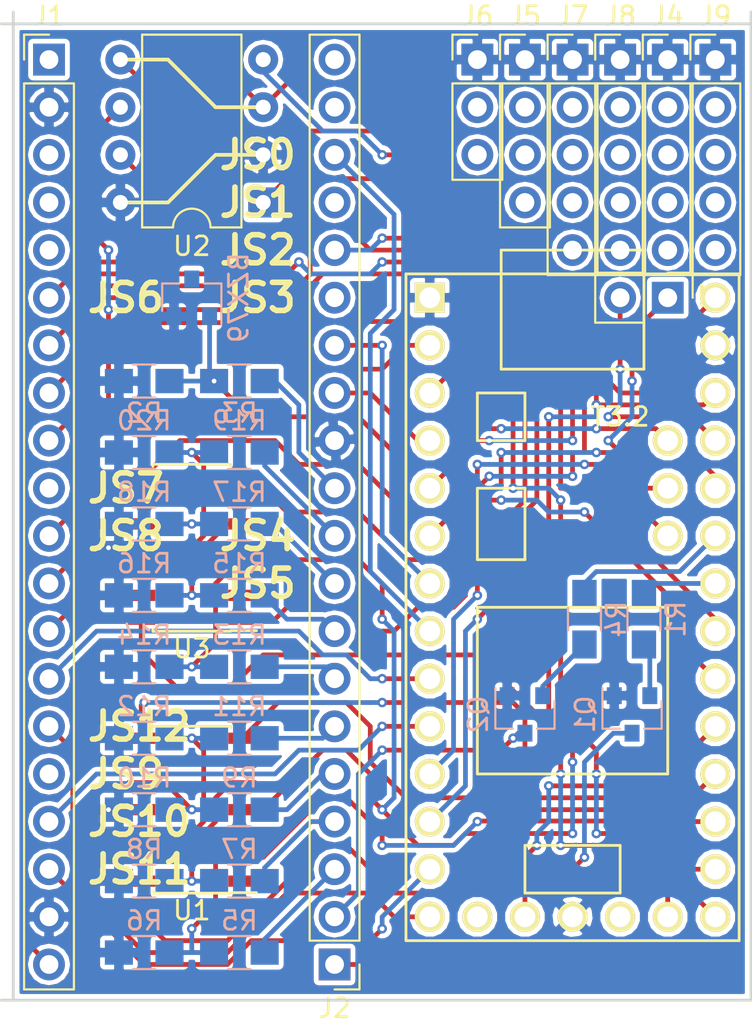
<source format=kicad_pcb>
(kicad_pcb (version 4) (host pcbnew 4.0.7)
  (layers (0 F.Cu signal) (31 B.Cu signal) (36 B.SilkS user hide) (37 F.SilkS user hide) (38 B.Mask user) (39 F.Mask user) (44 Edge.Cuts user))
  (net 0 "")
  (net 1 +3.3VA)
  (net 2 Earth)
  (net 3 "Net-(J1-Pad1)")
  (net 4 "Net-(J1-Pad3)")
  (net 5 "Net-(J1-Pad4)")
  (net 6 "Net-(J1-Pad5)")
  (net 7 CANH)
  (net 8 IGN1)
  (net 9 IGN2)
  (net 10 ECL)
  (net 11 JS7)
  (net 12 CANL)
  (net 13 TX)
  (net 14 RX)
  (net 15 IRQ0)
  (net 16 JS12)
  (net 17 +12V)
  (net 18 IRQ1)
  (net 19 JS11)
  (net 20 +5V)
  (net 21 "Net-(J2-Pad1)")
  (net 22 "Net-(J2-Pad2)")
  (net 23 AD0)
  (net 24 AD1)
  (net 25 AD2)
  (net 26 AD3)
  (net 27 AD4)
  (net 28 AD5)
  (net 29 AD6)
  (net 30 AD7)
  (net 31 "Net-(J2-Pad11)")
  (net 32 FP)
  (net 33 Idle)
  (net 34 JS3)
  (net 35 JS2)
  (net 36 JS1)
  (net 37 JS0)
  (net 38 "Net-(J2-Pad19)")
  (net 39 "Net-(J2-Pad20)")
  (net 40 "Net-(Q1-Pad2)")
  (net 41 "Net-(Q2-Pad2)")
  (net 42 INJ1)
  (net 43 INJ2)
  (net 44 "Net-(R5-Pad2)")
  (net 45 "Net-(R7-Pad2)")
  (net 46 "Net-(R10-Pad1)")
  (net 47 "Net-(R11-Pad2)")
  (net 48 "Net-(R13-Pad2)")
  (net 49 "Net-(R15-Pad2)")
  (net 50 "Net-(R17-Pad2)")
  (net 51 "Net-(R19-Pad2)")
  (net 52 A0)
  (net 53 +3V3)
  (net 54 A1)
  (net 55 A2)
  (net 56 A3)
  (net 57 "Net-(U2-Pad1)")
  (net 58 "Net-(U2-Pad4)")
  (net 59 A4)
  (net 60 A5)
  (net 61 A6)
  (net 62 A7)
  (net 63 "Net-(U4-Pad18)")
  (net 64 "Net-(U4-Pad15)")
  (net 65 INJ3)
  (net 66 INJ4)
  (net 67 "Net-(J4-Pad2)")
  (net 68 "Net-(J4-Pad3)")
  (net 69 "Net-(J4-Pad4)")
  (net 70 "Net-(J4-Pad5)")
  (net 71 "Net-(J5-Pad2)")
  (net 72 "Net-(J5-Pad3)")
  (net 73 "Net-(J5-Pad4)")
  (net 74 "Net-(J6-Pad2)")
  (net 75 "Net-(J6-Pad3)")
  (net 76 "Net-(J7-Pad2)")
  (net 77 "Net-(J7-Pad3)")
  (net 78 "Net-(J7-Pad4)")
  (net 79 "Net-(J7-Pad5)")
  (net 80 "Net-(J8-Pad2)")
  (net 81 "Net-(J8-Pad3)")
  (net 82 "Net-(J8-Pad4)")
  (net 83 "Net-(J8-Pad5)")
  (net 84 "Net-(J9-Pad2)")
  (net 85 "Net-(J9-Pad3)")
  (net 86 "Net-(J9-Pad4)")
  (net 87 "Net-(J9-Pad5)")
  (module teensy:Teensy32 (layer F.Cu) (at 177.8 97.79 270)
    (fp_text reference U4 (at 0 -10.16 270) (layer F.SilkS))
    (fp_text value Teensy3.2)
    (fp_text user T3.2 (at -10.16 -2.54 360) (layer F.SilkS))
    (pad 17 thru_hole circle (at 16.51 0 270) (size 1.6 1.6) (drill 1.1) (layers *.Cu *.Mask F.SilkS) (net 2 Earth))
    (pad 18 thru_hole circle (at 16.51 -2.54 270) (size 1.6 1.6) (drill 1.1) (layers *.Cu *.Mask F.SilkS) (net 63 "Net-(U4-Pad18)"))
    (pad 19 thru_hole circle (at 16.51 -5.08 270) (size 1.6 1.6) (drill 1.1) (layers *.Cu *.Mask F.SilkS) (net 62 A7))
    (pad 20 thru_hole circle (at 16.51 -7.62 270) (size 1.6 1.6) (drill 1.1) (layers *.Cu *.Mask F.SilkS) (net 10 ECL))
    (pad 16 thru_hole circle (at 16.51 2.54 270) (size 1.6 1.6) (drill 1.1) (layers *.Cu *.Mask F.SilkS) (net 53 +3V3))
    (pad 15 thru_hole circle (at 16.51 5.08 270) (size 1.6 1.6) (drill 1.1) (layers *.Cu *.Mask F.SilkS) (net 64 "Net-(U4-Pad15)"))
    (pad 14 thru_hole circle (at 16.51 7.62 270) (size 1.6 1.6) (drill 1.1) (layers *.Cu *.Mask F.SilkS) (net 16 JS12))
    (pad 21 thru_hole circle (at 13.97 -7.62 270) (size 1.6 1.6) (drill 1.1) (layers *.Cu *.Mask F.SilkS) (net 52 A0))
    (pad 22 thru_hole circle (at 11.43 -7.62 270) (size 1.6 1.6) (drill 1.1) (layers *.Cu *.Mask F.SilkS) (net 54 A1))
    (pad 23 thru_hole circle (at 8.89 -7.62 270) (size 1.6 1.6) (drill 1.1) (layers *.Cu *.Mask F.SilkS) (net 55 A2))
    (pad 24 thru_hole circle (at 6.35 -7.62 270) (size 1.6 1.6) (drill 1.1) (layers *.Cu *.Mask F.SilkS) (net 56 A3))
    (pad 25 thru_hole circle (at 3.81 -7.62 270) (size 1.6 1.6) (drill 1.1) (layers *.Cu *.Mask F.SilkS) (net 59 A4))
    (pad 26 thru_hole circle (at 1.27 -7.62 270) (size 1.6 1.6) (drill 1.1) (layers *.Cu *.Mask F.SilkS) (net 35 JS2))
    (pad 27 thru_hole circle (at -1.27 -7.62 270) (size 1.6 1.6) (drill 1.1) (layers *.Cu *.Mask F.SilkS) (net 42 INJ1))
    (pad 28 thru_hole circle (at -3.81 -7.62 270) (size 1.6 1.6) (drill 1.1) (layers *.Cu *.Mask F.SilkS) (net 43 INJ2))
    (pad 29 thru_hole circle (at -6.35 -7.62 270) (size 1.6 1.6) (drill 1.1) (layers *.Cu *.Mask F.SilkS) (net 65 INJ3))
    (pad 30 thru_hole circle (at -8.89 -7.62 270) (size 1.6 1.6) (drill 1.1) (layers *.Cu *.Mask F.SilkS) (net 66 INJ4))
    (pad 31 thru_hole circle (at -11.43 -7.62 270) (size 1.6 1.6) (drill 1.1) (layers *.Cu *.Mask F.SilkS) (net 53 +3V3))
    (pad 32 thru_hole circle (at -13.97 -7.62 270) (size 1.6 1.6) (drill 1.1) (layers *.Cu *.Mask F.SilkS) (net 2 Earth))
    (pad 33 thru_hole circle (at -16.51 -7.62 270) (size 1.6 1.6) (drill 1.1) (layers *.Cu *.Mask F.SilkS) (net 20 +5V))
    (pad 35 thru_hole circle (at -8.89 -5.08 270) (size 1.6 1.6) (drill 1.1) (layers *.Cu *.Mask F.SilkS) (net 1 +3.3VA))
    (pad 36 thru_hole circle (at -6.35 -5.08 270) (size 1.6 1.6) (drill 1.1) (layers *.Cu *.Mask F.SilkS) (net 60 A5))
    (pad 37 thru_hole circle (at -3.81 -5.08 270) (size 1.6 1.6) (drill 1.1) (layers *.Cu *.Mask F.SilkS) (net 61 A6))
    (pad 13 thru_hole circle (at 13.97 7.62 270) (size 1.6 1.6) (drill 1.1) (layers *.Cu *.Mask F.SilkS) (net 19 JS11))
    (pad 12 thru_hole circle (at 11.43 7.62 270) (size 1.6 1.6) (drill 1.1) (layers *.Cu *.Mask F.SilkS) (net 9 IGN2))
    (pad 11 thru_hole circle (at 8.89 7.62 270) (size 1.6 1.6) (drill 1.1) (layers *.Cu *.Mask F.SilkS) (net 8 IGN1))
    (pad 10 thru_hole circle (at 6.35 7.62 270) (size 1.6 1.6) (drill 1.1) (layers *.Cu *.Mask F.SilkS) (net 18 IRQ1))
    (pad 9 thru_hole circle (at 3.81 7.62 270) (size 1.6 1.6) (drill 1.1) (layers *.Cu *.Mask F.SilkS) (net 15 IRQ0))
    (pad 8 thru_hole circle (at 1.27 7.62 270) (size 1.6 1.6) (drill 1.1) (layers *.Cu *.Mask F.SilkS) (net 37 JS0))
    (pad 7 thru_hole circle (at -1.27 7.62 270) (size 1.6 1.6) (drill 1.1) (layers *.Cu *.Mask F.SilkS) (net 33 Idle))
    (pad 6 thru_hole circle (at -3.81 7.62 270) (size 1.6 1.6) (drill 1.1) (layers *.Cu *.Mask F.SilkS) (net 58 "Net-(U2-Pad4)"))
    (pad 5 thru_hole circle (at -6.35 7.62 270) (size 1.6 1.6) (drill 1.1) (layers *.Cu *.Mask F.SilkS) (net 57 "Net-(U2-Pad1)"))
    (pad 4 thru_hole circle (at -8.89 7.62 270) (size 1.6 1.6) (drill 1.1) (layers *.Cu *.Mask F.SilkS) (net 32 FP))
    (pad 3 thru_hole circle (at -11.43 7.62 270) (size 1.6 1.6) (drill 1.1) (layers *.Cu *.Mask F.SilkS) (net 13 TX))
    (pad 2 thru_hole circle (at -13.97 7.62 270) (size 1.6 1.6) (drill 1.1) (layers *.Cu *.Mask F.SilkS) (net 14 RX))
    (pad 1 thru_hole rect (at -16.51 7.62 270) (size 1.6 1.6) (drill 1.1) (layers *.Cu *.Mask F.SilkS) (net 2 Earth))
  )
  (module Housings_SOIC:SOIC-14_3.9x8.7mm_Pitch1.27mm (layer F.Cu) (at 157.48 108.585 180)
    (fp_text reference U1 (at 0 -5.375 180) (layer F.SilkS))
    (fp_text value LMV324)
    (pad 1 smd rect (at -2.7 -3.81 180) (size 1.5 0.6) (layers F.Cu F.Mask) (net 52 A0))
    (pad 2 smd rect (at -2.7 -2.54 180) (size 1.5 0.6) (layers F.Cu F.Mask) (net 52 A0))
    (pad 3 smd rect (at -2.7 -1.27 180) (size 1.5 0.6) (layers F.Cu F.Mask) (net 44 "Net-(R5-Pad2)"))
    (pad 4 smd rect (at -2.7 0 180) (size 1.5 0.6) (layers F.Cu F.Mask) (net 53 +3V3))
    (pad 5 smd rect (at -2.7 1.27 180) (size 1.5 0.6) (layers F.Cu F.Mask) (net 45 "Net-(R7-Pad2)"))
    (pad 6 smd rect (at -2.7 2.54 180) (size 1.5 0.6) (layers F.Cu F.Mask) (net 54 A1))
    (pad 7 smd rect (at -2.7 3.81 180) (size 1.5 0.6) (layers F.Cu F.Mask) (net 54 A1))
    (pad 8 smd rect (at 2.7 3.81 180) (size 1.5 0.6) (layers F.Cu F.Mask) (net 55 A2))
    (pad 9 smd rect (at 2.7 2.54 180) (size 1.5 0.6) (layers F.Cu F.Mask) (net 55 A2))
    (pad 10 smd rect (at 2.7 1.27 180) (size 1.5 0.6) (layers F.Cu F.Mask) (net 46 "Net-(R10-Pad1)"))
    (pad 11 smd rect (at 2.7 0 180) (size 1.5 0.6) (layers F.Cu F.Mask) (net 2 Earth))
    (pad 12 smd rect (at 2.7 -1.27 180) (size 1.5 0.6) (layers F.Cu F.Mask) (net 47 "Net-(R11-Pad2)"))
    (pad 13 smd rect (at 2.7 -2.54 180) (size 1.5 0.6) (layers F.Cu F.Mask) (net 56 A3))
    (pad 14 smd rect (at 2.7 -3.81 180) (size 1.5 0.6) (layers F.Cu F.Mask) (net 56 A3))
  )
  (module Housings_SOIC:SOIC-14_3.9x8.7mm_Pitch1.27mm (layer F.Cu) (at 157.48 94.615 180)
    (fp_text reference U3 (at 0 -5.375 180) (layer F.SilkS))
    (fp_text value LMV324)
    (pad 1 smd rect (at -2.7 -3.81 180) (size 1.5 0.6) (layers F.Cu F.Mask) (net 59 A4))
    (pad 2 smd rect (at -2.7 -2.54 180) (size 1.5 0.6) (layers F.Cu F.Mask) (net 59 A4))
    (pad 3 smd rect (at -2.7 -1.27 180) (size 1.5 0.6) (layers F.Cu F.Mask) (net 48 "Net-(R13-Pad2)"))
    (pad 4 smd rect (at -2.7 0 180) (size 1.5 0.6) (layers F.Cu F.Mask) (net 53 +3V3))
    (pad 5 smd rect (at -2.7 1.27 180) (size 1.5 0.6) (layers F.Cu F.Mask) (net 49 "Net-(R15-Pad2)"))
    (pad 6 smd rect (at -2.7 2.54 180) (size 1.5 0.6) (layers F.Cu F.Mask) (net 60 A5))
    (pad 7 smd rect (at -2.7 3.81 180) (size 1.5 0.6) (layers F.Cu F.Mask) (net 60 A5))
    (pad 8 smd rect (at 2.7 3.81 180) (size 1.5 0.6) (layers F.Cu F.Mask) (net 61 A6))
    (pad 9 smd rect (at 2.7 2.54 180) (size 1.5 0.6) (layers F.Cu F.Mask) (net 61 A6))
    (pad 10 smd rect (at 2.7 1.27 180) (size 1.5 0.6) (layers F.Cu F.Mask) (net 50 "Net-(R17-Pad2)"))
    (pad 11 smd rect (at 2.7 0 180) (size 1.5 0.6) (layers F.Cu F.Mask) (net 2 Earth))
    (pad 12 smd rect (at 2.7 -1.27 180) (size 1.5 0.6) (layers F.Cu F.Mask) (net 51 "Net-(R19-Pad2)"))
    (pad 13 smd rect (at 2.7 -2.54 180) (size 1.5 0.6) (layers F.Cu F.Mask) (net 62 A7))
    (pad 14 smd rect (at 2.7 -3.81 180) (size 1.5 0.6) (layers F.Cu F.Mask) (net 62 A7))
  )
  (module TO_SOT_Packages_SMD:SOT-23 (layer B.Cu) (at 157.48 81.28 90)
    (fp_text reference BZX79 (at 0 2.5 90) (layer B.SilkS) (effects (justify mirror)))
    (fp_text value D_Zener)
    (pad 1 smd rect (at -1 0.95 90) (size 0.9 0.8) (layers B.Cu B.Mask) (net 1 +3.3VA))
    (pad 2 smd rect (at -1 -0.95 90) (size 0.9 0.8) (layers B.Cu B.Mask) (net 2 Earth))
    (pad 3 smd rect (at 1 0 90) (size 0.9 0.8) (layers B.Cu B.Mask))
  )
  (module Socket_Strips:Socket_Strip_Straight_1x20_Pitch2.54mm (layer F.Cu) (at 149.86 68.58)
    (fp_text reference J1 (at 0 -2.33) (layer F.SilkS))
    (fp_text value Conn_01x20_Female)
    (pad 1 thru_hole rect (at 0 0) (size 1.7 1.7) (drill 1) (layers *.Cu *.Mask) (net 3 "Net-(J1-Pad1)"))
    (pad 2 thru_hole oval (at 0 2.54) (size 1.7 1.7) (drill 1) (layers *.Cu *.Mask) (net 2 Earth))
    (pad 3 thru_hole oval (at 0 5.08) (size 1.7 1.7) (drill 1) (layers *.Cu *.Mask) (net 4 "Net-(J1-Pad3)"))
    (pad 4 thru_hole oval (at 0 7.62) (size 1.7 1.7) (drill 1) (layers *.Cu *.Mask) (net 5 "Net-(J1-Pad4)"))
    (pad 5 thru_hole oval (at 0 10.16) (size 1.7 1.7) (drill 1) (layers *.Cu *.Mask) (net 6 "Net-(J1-Pad5)"))
    (pad 6 thru_hole oval (at 0 12.7) (size 1.7 1.7) (drill 1) (layers *.Cu *.Mask) (net 7 CANH))
    (pad 7 thru_hole oval (at 0 15.24) (size 1.7 1.7) (drill 1) (layers *.Cu *.Mask) (net 8 IGN1))
    (pad 8 thru_hole oval (at 0 17.78) (size 1.7 1.7) (drill 1) (layers *.Cu *.Mask) (net 9 IGN2))
    (pad 9 thru_hole oval (at 0 20.32) (size 1.7 1.7) (drill 1) (layers *.Cu *.Mask) (net 10 ECL))
    (pad 10 thru_hole oval (at 0 22.86) (size 1.7 1.7) (drill 1) (layers *.Cu *.Mask) (net 11 JS7))
    (pad 11 thru_hole oval (at 0 25.4) (size 1.7 1.7) (drill 1) (layers *.Cu *.Mask) (net 12 CANL))
    (pad 12 thru_hole oval (at 0 27.94) (size 1.7 1.7) (drill 1) (layers *.Cu *.Mask) (net 13 TX))
    (pad 13 thru_hole oval (at 0 30.48) (size 1.7 1.7) (drill 1) (layers *.Cu *.Mask) (net 14 RX))
    (pad 14 thru_hole oval (at 0 33.02) (size 1.7 1.7) (drill 1) (layers *.Cu *.Mask) (net 15 IRQ0))
    (pad 15 thru_hole oval (at 0 35.56) (size 1.7 1.7) (drill 1) (layers *.Cu *.Mask) (net 16 JS12))
    (pad 16 thru_hole oval (at 0 38.1) (size 1.7 1.7) (drill 1) (layers *.Cu *.Mask) (net 17 +12V))
    (pad 17 thru_hole oval (at 0 40.64) (size 1.7 1.7) (drill 1) (layers *.Cu *.Mask) (net 18 IRQ1))
    (pad 18 thru_hole oval (at 0 43.18) (size 1.7 1.7) (drill 1) (layers *.Cu *.Mask) (net 19 JS11))
    (pad 19 thru_hole oval (at 0 45.72) (size 1.7 1.7) (drill 1) (layers *.Cu *.Mask) (net 2 Earth))
    (pad 20 thru_hole oval (at 0 48.26) (size 1.7 1.7) (drill 1) (layers *.Cu *.Mask) (net 20 +5V))
  )
  (module Socket_Strips:Socket_Strip_Straight_1x20_Pitch2.54mm (layer F.Cu) (at 165.1 116.84 180)
    (fp_text reference J2 (at 0 -2.33 180) (layer F.SilkS))
    (fp_text value Conn_01x20_Female)
    (pad 1 thru_hole rect (at 0 0 180) (size 1.7 1.7) (drill 1) (layers *.Cu *.Mask) (net 21 "Net-(J2-Pad1)"))
    (pad 2 thru_hole oval (at 0 2.54 180) (size 1.7 1.7) (drill 1) (layers *.Cu *.Mask) (net 22 "Net-(J2-Pad2)"))
    (pad 3 thru_hole oval (at 0 5.08 180) (size 1.7 1.7) (drill 1) (layers *.Cu *.Mask) (net 23 AD0))
    (pad 4 thru_hole oval (at 0 7.62 180) (size 1.7 1.7) (drill 1) (layers *.Cu *.Mask) (net 24 AD1))
    (pad 5 thru_hole oval (at 0 10.16 180) (size 1.7 1.7) (drill 1) (layers *.Cu *.Mask) (net 25 AD2))
    (pad 6 thru_hole oval (at 0 12.7 180) (size 1.7 1.7) (drill 1) (layers *.Cu *.Mask) (net 26 AD3))
    (pad 7 thru_hole oval (at 0 15.24 180) (size 1.7 1.7) (drill 1) (layers *.Cu *.Mask) (net 27 AD4))
    (pad 8 thru_hole oval (at 0 17.78 180) (size 1.7 1.7) (drill 1) (layers *.Cu *.Mask) (net 28 AD5))
    (pad 9 thru_hole oval (at 0 20.32 180) (size 1.7 1.7) (drill 1) (layers *.Cu *.Mask) (net 29 AD6))
    (pad 10 thru_hole oval (at 0 22.86 180) (size 1.7 1.7) (drill 1) (layers *.Cu *.Mask) (net 30 AD7))
    (pad 11 thru_hole oval (at 0 25.4 180) (size 1.7 1.7) (drill 1) (layers *.Cu *.Mask) (net 31 "Net-(J2-Pad11)"))
    (pad 12 thru_hole oval (at 0 27.94 184.5) (size 1.7 1.7) (drill 1) (layers *.Cu *.Mask) (net 2 Earth))
    (pad 13 thru_hole oval (at 0 30.48 180) (size 1.7 1.7) (drill 1) (layers *.Cu *.Mask) (net 32 FP))
    (pad 14 thru_hole oval (at 0 33.02 180) (size 1.7 1.7) (drill 1) (layers *.Cu *.Mask) (net 33 Idle))
    (pad 15 thru_hole oval (at 0 35.56 180) (size 1.7 1.7) (drill 1) (layers *.Cu *.Mask) (net 34 JS3))
    (pad 16 thru_hole oval (at 0 38.1 180) (size 1.7 1.7) (drill 1) (layers *.Cu *.Mask) (net 35 JS2))
    (pad 17 thru_hole oval (at 0 40.64 180) (size 1.7 1.7) (drill 1) (layers *.Cu *.Mask) (net 36 JS1))
    (pad 18 thru_hole oval (at 0 43.18 180) (size 1.7 1.7) (drill 1) (layers *.Cu *.Mask) (net 37 JS0))
    (pad 19 thru_hole oval (at 0 45.72 180) (size 1.7 1.7) (drill 1) (layers *.Cu *.Mask) (net 38 "Net-(J2-Pad19)"))
    (pad 20 thru_hole oval (at 0 48.26 180) (size 1.7 1.7) (drill 1) (layers *.Cu *.Mask) (net 39 "Net-(J2-Pad20)"))
  )
  (module TO_SOT_Packages_SMD:SOT-23 (layer B.Cu) (at 180.975 103.505 270)
    (fp_text reference Q1 (at 0 2.5 270) (layer B.SilkS) (effects (justify mirror)))
    (fp_text value 2N2219)
    (pad 1 smd rect (at -1 0.95 270) (size 0.9 0.8) (layers B.Cu B.Mask) (net 2 Earth))
    (pad 2 smd rect (at -1 -0.95 270) (size 0.9 0.8) (layers B.Cu B.Mask) (net 40 "Net-(Q1-Pad2)"))
    (pad 3 smd rect (at 1 0 270) (size 0.9 0.8) (layers B.Cu B.Mask) (net 21 "Net-(J2-Pad1)"))
  )
  (module TO_SOT_Packages_SMD:SOT-23 (layer B.Cu) (at 175.26 103.505 270)
    (fp_text reference Q2 (at 0 2.5 270) (layer B.SilkS) (effects (justify mirror)))
    (fp_text value 2N2219)
    (pad 1 smd rect (at -1 0.95 270) (size 0.9 0.8) (layers B.Cu B.Mask) (net 2 Earth))
    (pad 2 smd rect (at -1 -0.95 270) (size 0.9 0.8) (layers B.Cu B.Mask) (net 41 "Net-(Q2-Pad2)"))
    (pad 3 smd rect (at 1 0 270) (size 0.9 0.8) (layers B.Cu B.Mask) (net 22 "Net-(J2-Pad2)"))
  )
  (module Resistors_SMD:R_0805_HandSoldering (layer B.Cu) (at 181.61 98.425 90)
    (fp_text reference R1 (at 0 1.7 90) (layer B.SilkS) (effects (justify mirror)))
    (fp_text value 1k)
    (pad 1 smd rect (at -1.35 0 90) (size 1.5 1.3) (layers B.Cu B.Mask) (net 40 "Net-(Q1-Pad2)"))
    (pad 2 smd rect (at 1.35 0 90) (size 1.5 1.3) (layers B.Cu B.Mask) (net 42 INJ1))
  )
  (module Resistors_SMD:R_0805_HandSoldering (layer B.Cu) (at 154.94 85.725)
    (fp_text reference R2 (at 0 1.7) (layer B.SilkS) (effects (justify mirror)))
    (fp_text value 330k)
    (pad 1 smd rect (at -1.35 0) (size 1.5 1.3) (layers B.Cu B.Mask) (net 2 Earth))
    (pad 2 smd rect (at 1.35 0) (size 1.5 1.3) (layers B.Cu B.Mask) (net 1 +3.3VA))
  )
  (module Resistors_SMD:R_0805_HandSoldering (layer B.Cu) (at 160.02 85.725)
    (fp_text reference R3 (at 0 1.7) (layer B.SilkS) (effects (justify mirror)))
    (fp_text value 180k)
    (pad 1 smd rect (at -1.35 0) (size 1.5 1.3) (layers B.Cu B.Mask) (net 1 +3.3VA))
    (pad 2 smd rect (at 1.35 0) (size 1.5 1.3) (layers B.Cu B.Mask) (net 31 "Net-(J2-Pad11)"))
  )
  (module Resistors_SMD:R_0805_HandSoldering (layer B.Cu) (at 178.435 98.425 90)
    (fp_text reference R4 (at 0 1.7 90) (layer B.SilkS) (effects (justify mirror)))
    (fp_text value 1k)
    (pad 1 smd rect (at -1.35 0 90) (size 1.5 1.3) (layers B.Cu B.Mask) (net 41 "Net-(Q2-Pad2)"))
    (pad 2 smd rect (at 1.35 0 90) (size 1.5 1.3) (layers B.Cu B.Mask) (net 43 INJ2))
  )
  (module Resistors_SMD:R_0805_HandSoldering (layer B.Cu) (at 160.02 116.205 180)
    (fp_text reference R5 (at 0 1.7 180) (layer B.SilkS) (effects (justify mirror)))
    (fp_text value 180k)
    (pad 1 smd rect (at -1.35 0 180) (size 1.5 1.3) (layers B.Cu B.Mask) (net 23 AD0))
    (pad 2 smd rect (at 1.35 0 180) (size 1.5 1.3) (layers B.Cu B.Mask) (net 44 "Net-(R5-Pad2)"))
  )
  (module Resistors_SMD:R_0805_HandSoldering (layer B.Cu) (at 154.94 116.205 180)
    (fp_text reference R6 (at 0 1.7 180) (layer B.SilkS) (effects (justify mirror)))
    (fp_text value 330k)
    (pad 1 smd rect (at -1.35 0 180) (size 1.5 1.3) (layers B.Cu B.Mask) (net 44 "Net-(R5-Pad2)"))
    (pad 2 smd rect (at 1.35 0 180) (size 1.5 1.3) (layers B.Cu B.Mask) (net 2 Earth))
  )
  (module Resistors_SMD:R_0805_HandSoldering (layer B.Cu) (at 160.02 112.395 180)
    (fp_text reference R7 (at 0 1.7 180) (layer B.SilkS) (effects (justify mirror)))
    (fp_text value 180k)
    (pad 1 smd rect (at -1.35 0 180) (size 1.5 1.3) (layers B.Cu B.Mask) (net 24 AD1))
    (pad 2 smd rect (at 1.35 0 180) (size 1.5 1.3) (layers B.Cu B.Mask) (net 45 "Net-(R7-Pad2)"))
  )
  (module Resistors_SMD:R_0805_HandSoldering (layer B.Cu) (at 154.94 112.395 180)
    (fp_text reference R8 (at 0 1.7 180) (layer B.SilkS) (effects (justify mirror)))
    (fp_text value 330k)
    (pad 1 smd rect (at -1.35 0 180) (size 1.5 1.3) (layers B.Cu B.Mask) (net 45 "Net-(R7-Pad2)"))
    (pad 2 smd rect (at 1.35 0 180) (size 1.5 1.3) (layers B.Cu B.Mask) (net 2 Earth))
  )
  (module Resistors_SMD:R_0805_HandSoldering (layer B.Cu) (at 160.02 108.585 180)
    (fp_text reference R9 (at 0 1.7 180) (layer B.SilkS) (effects (justify mirror)))
    (fp_text value 180k)
    (pad 1 smd rect (at -1.35 0 180) (size 1.5 1.3) (layers B.Cu B.Mask) (net 25 AD2))
    (pad 2 smd rect (at 1.35 0 180) (size 1.5 1.3) (layers B.Cu B.Mask) (net 46 "Net-(R10-Pad1)"))
  )
  (module Resistors_SMD:R_0805_HandSoldering (layer B.Cu) (at 154.94 108.585 180)
    (fp_text reference R10 (at 0 1.7 180) (layer B.SilkS) (effects (justify mirror)))
    (fp_text value 330k)
    (pad 1 smd rect (at -1.35 0 180) (size 1.5 1.3) (layers B.Cu B.Mask) (net 46 "Net-(R10-Pad1)"))
    (pad 2 smd rect (at 1.35 0 180) (size 1.5 1.3) (layers B.Cu B.Mask) (net 2 Earth))
  )
  (module Resistors_SMD:R_0805_HandSoldering (layer B.Cu) (at 160.02 104.775 180)
    (fp_text reference R11 (at 0 1.7 180) (layer B.SilkS) (effects (justify mirror)))
    (fp_text value 180k)
    (pad 1 smd rect (at -1.35 0 180) (size 1.5 1.3) (layers B.Cu B.Mask) (net 26 AD3))
    (pad 2 smd rect (at 1.35 0 180) (size 1.5 1.3) (layers B.Cu B.Mask) (net 47 "Net-(R11-Pad2)"))
  )
  (module Resistors_SMD:R_0805_HandSoldering (layer B.Cu) (at 154.94 104.775 180)
    (fp_text reference R12 (at 0 1.7 180) (layer B.SilkS) (effects (justify mirror)))
    (fp_text value 330k)
    (pad 1 smd rect (at -1.35 0 180) (size 1.5 1.3) (layers B.Cu B.Mask) (net 47 "Net-(R11-Pad2)"))
    (pad 2 smd rect (at 1.35 0 180) (size 1.5 1.3) (layers B.Cu B.Mask) (net 2 Earth))
  )
  (module Resistors_SMD:R_0805_HandSoldering (layer B.Cu) (at 160.02 100.965 180)
    (fp_text reference R13 (at 0 1.7 180) (layer B.SilkS) (effects (justify mirror)))
    (fp_text value 180k)
    (pad 1 smd rect (at -1.35 0 180) (size 1.5 1.3) (layers B.Cu B.Mask) (net 27 AD4))
    (pad 2 smd rect (at 1.35 0 180) (size 1.5 1.3) (layers B.Cu B.Mask) (net 48 "Net-(R13-Pad2)"))
  )
  (module Resistors_SMD:R_0805_HandSoldering (layer B.Cu) (at 154.94 100.965 180)
    (fp_text reference R14 (at 0 1.7 180) (layer B.SilkS) (effects (justify mirror)))
    (fp_text value 330k)
    (pad 1 smd rect (at -1.35 0 180) (size 1.5 1.3) (layers B.Cu B.Mask) (net 48 "Net-(R13-Pad2)"))
    (pad 2 smd rect (at 1.35 0 180) (size 1.5 1.3) (layers B.Cu B.Mask) (net 2 Earth))
  )
  (module Resistors_SMD:R_0805_HandSoldering (layer B.Cu) (at 160.02 97.155 180)
    (fp_text reference R15 (at 0 1.7 180) (layer B.SilkS) (effects (justify mirror)))
    (fp_text value 180k)
    (pad 1 smd rect (at -1.35 0 180) (size 1.5 1.3) (layers B.Cu B.Mask) (net 28 AD5))
    (pad 2 smd rect (at 1.35 0 180) (size 1.5 1.3) (layers B.Cu B.Mask) (net 49 "Net-(R15-Pad2)"))
  )
  (module Resistors_SMD:R_0805_HandSoldering (layer B.Cu) (at 154.94 97.155 180)
    (fp_text reference R16 (at 0 1.7 180) (layer B.SilkS) (effects (justify mirror)))
    (fp_text value 330k)
    (pad 1 smd rect (at -1.35 0 180) (size 1.5 1.3) (layers B.Cu B.Mask) (net 49 "Net-(R15-Pad2)"))
    (pad 2 smd rect (at 1.35 0 180) (size 1.5 1.3) (layers B.Cu B.Mask) (net 2 Earth))
  )
  (module Resistors_SMD:R_0805_HandSoldering (layer B.Cu) (at 160.02 93.345 180)
    (fp_text reference R17 (at 0 1.7 180) (layer B.SilkS) (effects (justify mirror)))
    (fp_text value 180k)
    (pad 1 smd rect (at -1.35 0 180) (size 1.5 1.3) (layers B.Cu B.Mask) (net 29 AD6))
    (pad 2 smd rect (at 1.35 0 180) (size 1.5 1.3) (layers B.Cu B.Mask) (net 50 "Net-(R17-Pad2)"))
  )
  (module Resistors_SMD:R_0805_HandSoldering (layer B.Cu) (at 154.94 93.345 180)
    (fp_text reference R18 (at 0 1.7 180) (layer B.SilkS) (effects (justify mirror)))
    (fp_text value 330k)
    (pad 1 smd rect (at -1.35 0 180) (size 1.5 1.3) (layers B.Cu B.Mask) (net 50 "Net-(R17-Pad2)"))
    (pad 2 smd rect (at 1.35 0 180) (size 1.5 1.3) (layers B.Cu B.Mask) (net 2 Earth))
  )
  (module Resistors_SMD:R_0805_HandSoldering (layer B.Cu) (at 160.02 89.535 180)
    (fp_text reference R19 (at 0 1.7 180) (layer B.SilkS) (effects (justify mirror)))
    (fp_text value 180k)
    (pad 1 smd rect (at -1.35 0 180) (size 1.5 1.3) (layers B.Cu B.Mask) (net 30 AD7))
    (pad 2 smd rect (at 1.35 0 180) (size 1.5 1.3) (layers B.Cu B.Mask) (net 51 "Net-(R19-Pad2)"))
  )
  (module Resistors_SMD:R_0805_HandSoldering (layer B.Cu) (at 154.94 89.535 180)
    (fp_text reference R20 (at 0 1.7 180) (layer B.SilkS) (effects (justify mirror)))
    (fp_text value 330k)
    (pad 1 smd rect (at -1.35 0 180) (size 1.5 1.3) (layers B.Cu B.Mask) (net 51 "Net-(R19-Pad2)"))
    (pad 2 smd rect (at 1.35 0 180) (size 1.5 1.3) (layers B.Cu B.Mask) (net 2 Earth))
  )
  (module Housings_DIP:DIP-8_W7.62mm (layer F.Cu) (at 161.29 76.2 180)
    (fp_text reference U2 (at 3.81 -2.33 180) (layer F.SilkS))
    (fp_text value MCP2562-E/P)
    (pad 1 thru_hole rect (at 0 0 180) (size 1.6 1.6) (drill 0.8) (layers *.Cu *.Mask) (net 57 "Net-(U2-Pad1)"))
    (pad 5 thru_hole oval (at 7.62 7.62 180) (size 1.6 1.6) (drill 0.8) (layers *.Cu *.Mask) (net 53 +3V3))
    (pad 2 thru_hole oval (at 0 2.54 180) (size 1.6 1.6) (drill 0.8) (layers *.Cu *.Mask) (net 2 Earth))
    (pad 6 thru_hole oval (at 7.62 5.08 180) (size 1.6 1.6) (drill 0.8) (layers *.Cu *.Mask) (net 12 CANL))
    (pad 3 thru_hole oval (at 0 5.08 180) (size 1.6 1.6) (drill 0.8) (layers *.Cu *.Mask) (net 20 +5V))
    (pad 7 thru_hole oval (at 7.62 2.54 180) (size 1.6 1.6) (drill 0.8) (layers *.Cu *.Mask) (net 7 CANH))
    (pad 4 thru_hole oval (at 0 7.62 180) (size 1.6 1.6) (drill 0.8) (layers *.Cu *.Mask) (net 58 "Net-(U2-Pad4)"))
    (pad 8 thru_hole oval (at 7.62 0 180) (size 1.6 1.6) (drill 0.8) (layers *.Cu *.Mask) (net 2 Earth))
  )
  (module Socket_Strips:Socket_Strip_Straight_1x02_Pitch2.54mm (layer F.Cu) (at 182.88 81.28 270)
    (fp_text reference J3 (at 0 -2.33 270) (layer F.SilkS))
    (fp_text value Conn_01x02_Female)
    (pad 1 thru_hole rect (at 0 0 270) (size 1.7 1.7) (drill 1) (layers *.Cu *.Mask) (net 65 INJ3))
    (pad 2 thru_hole oval (at 0 2.54 270) (size 1.7 1.7) (drill 1) (layers *.Cu *.Mask) (net 66 INJ4))
  )
  (module Pin_Headers:Pin_Header_Straight_1x05_Pitch2.54mm (layer F.Cu) (at 182.88 68.58)
    (fp_text reference J4 (at 0 -2.33) (layer F.SilkS))
    (fp_text value Conn_01x05_Male)
    (pad 1 thru_hole rect (at 0 0) (size 1.7 1.7) (drill 1) (layers *.Cu *.Mask) (net 2 Earth))
    (pad 2 thru_hole oval (at 0 2.54) (size 1.7 1.7) (drill 1) (layers *.Cu *.Mask) (net 67 "Net-(J4-Pad2)"))
    (pad 3 thru_hole oval (at 0 5.08) (size 1.7 1.7) (drill 1) (layers *.Cu *.Mask) (net 68 "Net-(J4-Pad3)"))
    (pad 4 thru_hole oval (at 0 7.62) (size 1.7 1.7) (drill 1) (layers *.Cu *.Mask) (net 69 "Net-(J4-Pad4)"))
    (pad 5 thru_hole oval (at 0 10.16) (size 1.7 1.7) (drill 1) (layers *.Cu *.Mask) (net 70 "Net-(J4-Pad5)"))
  )
  (module Pin_Headers:Pin_Header_Straight_1x04_Pitch2.54mm (layer F.Cu) (at 175.26 68.58)
    (fp_text reference J5 (at 0 -2.33) (layer F.SilkS))
    (fp_text value Conn_01x04_Male)
    (pad 1 thru_hole rect (at 0 0) (size 1.7 1.7) (drill 1) (layers *.Cu *.Mask) (net 2 Earth))
    (pad 2 thru_hole oval (at 0 2.54) (size 1.7 1.7) (drill 1) (layers *.Cu *.Mask) (net 71 "Net-(J5-Pad2)"))
    (pad 3 thru_hole oval (at 0 5.08) (size 1.7 1.7) (drill 1) (layers *.Cu *.Mask) (net 72 "Net-(J5-Pad3)"))
    (pad 4 thru_hole oval (at 0 7.62) (size 1.7 1.7) (drill 1) (layers *.Cu *.Mask) (net 73 "Net-(J5-Pad4)"))
  )
  (module Pin_Headers:Pin_Header_Straight_1x03_Pitch2.54mm (layer F.Cu) (at 172.72 68.58)
    (fp_text reference J6 (at 0 -2.33) (layer F.SilkS))
    (fp_text value Conn_01x03_Male)
    (pad 1 thru_hole rect (at 0 0) (size 1.7 1.7) (drill 1) (layers *.Cu *.Mask) (net 2 Earth))
    (pad 2 thru_hole oval (at 0 2.54) (size 1.7 1.7) (drill 1) (layers *.Cu *.Mask) (net 74 "Net-(J6-Pad2)"))
    (pad 3 thru_hole oval (at 0 5.08) (size 1.7 1.7) (drill 1) (layers *.Cu *.Mask) (net 75 "Net-(J6-Pad3)"))
  )
  (module Pin_Headers:Pin_Header_Straight_1x05_Pitch2.54mm (layer F.Cu) (at 177.8 68.58)
    (fp_text reference J7 (at 0 -2.33) (layer F.SilkS))
    (fp_text value Conn_01x05_Male)
    (pad 1 thru_hole rect (at 0 0) (size 1.7 1.7) (drill 1) (layers *.Cu *.Mask) (net 2 Earth))
    (pad 2 thru_hole oval (at 0 2.54) (size 1.7 1.7) (drill 1) (layers *.Cu *.Mask) (net 76 "Net-(J7-Pad2)"))
    (pad 3 thru_hole oval (at 0 5.08) (size 1.7 1.7) (drill 1) (layers *.Cu *.Mask) (net 77 "Net-(J7-Pad3)"))
    (pad 4 thru_hole oval (at 0 7.62) (size 1.7 1.7) (drill 1) (layers *.Cu *.Mask) (net 78 "Net-(J7-Pad4)"))
    (pad 5 thru_hole oval (at 0 10.16) (size 1.7 1.7) (drill 1) (layers *.Cu *.Mask) (net 79 "Net-(J7-Pad5)"))
  )
  (module Pin_Headers:Pin_Header_Straight_1x05_Pitch2.54mm (layer F.Cu) (at 180.34 68.58)
    (fp_text reference J8 (at 0 -2.33) (layer F.SilkS))
    (fp_text value Conn_01x05_Male)
    (pad 1 thru_hole rect (at 0 0) (size 1.7 1.7) (drill 1) (layers *.Cu *.Mask) (net 2 Earth))
    (pad 2 thru_hole oval (at 0 2.54) (size 1.7 1.7) (drill 1) (layers *.Cu *.Mask) (net 80 "Net-(J8-Pad2)"))
    (pad 3 thru_hole oval (at 0 5.08) (size 1.7 1.7) (drill 1) (layers *.Cu *.Mask) (net 81 "Net-(J8-Pad3)"))
    (pad 4 thru_hole oval (at 0 7.62) (size 1.7 1.7) (drill 1) (layers *.Cu *.Mask) (net 82 "Net-(J8-Pad4)"))
    (pad 5 thru_hole oval (at 0 10.16) (size 1.7 1.7) (drill 1) (layers *.Cu *.Mask) (net 83 "Net-(J8-Pad5)"))
  )
  (module Pin_Headers:Pin_Header_Straight_1x05_Pitch2.54mm (layer F.Cu) (at 185.42 68.58)
    (fp_text reference J9 (at 0 -2.33) (layer F.SilkS))
    (fp_text value Conn_01x05_Male)
    (pad 1 thru_hole rect (at 0 0) (size 1.7 1.7) (drill 1) (layers *.Cu *.Mask) (net 2 Earth))
    (pad 2 thru_hole oval (at 0 2.54) (size 1.7 1.7) (drill 1) (layers *.Cu *.Mask) (net 84 "Net-(J9-Pad2)"))
    (pad 3 thru_hole oval (at 0 5.08) (size 1.7 1.7) (drill 1) (layers *.Cu *.Mask) (net 85 "Net-(J9-Pad3)"))
    (pad 4 thru_hole oval (at 0 7.62) (size 1.7 1.7) (drill 1) (layers *.Cu *.Mask) (net 86 "Net-(J9-Pad4)"))
    (pad 5 thru_hole oval (at 0 10.16) (size 1.7 1.7) (drill 1) (layers *.Cu *.Mask) (net 87 "Net-(J9-Pad5)"))
  )
  (gr_line (start 158.75 73.66) (end 161.29 73.66) (angle 90) (layer F.SilkS) (width 0.2))
  (gr_line (start 156.21 76.2) (end 158.75 73.66) (angle 90) (layer F.SilkS) (width 0.2))
  (gr_line (start 153.67 76.2) (end 156.21 76.2) (angle 90) (layer F.SilkS) (width 0.2))
  (gr_line (start 158.75 71.12) (end 161.29 71.12) (angle 90) (layer F.SilkS) (width 0.2))
  (gr_line (start 156.21 68.58) (end 158.75 71.12) (angle 90) (layer F.SilkS) (width 0.2))
  (gr_line (start 153.67 68.58) (end 156.21 68.58) (angle 90) (layer F.SilkS) (width 0.2))
  (gr_text JS4 (at 163.195 93.98) (layer F.SilkS) (effects (font (size 1.5 1.5) (thickness 0.3)) (justify right)))
  (gr_text JS5 (at 163.195 96.52) (layer F.SilkS) (effects (font (size 1.5 1.5) (thickness 0.3)) (justify right)))
  (gr_text JS3 (at 163.195 81.28) (layer F.SilkS) (effects (font (size 1.5 1.5) (thickness 0.3)) (justify right)))
  (gr_text JS2 (at 163.195 78.74) (layer F.SilkS) (effects (font (size 1.5 1.5) (thickness 0.3)) (justify right)))
  (gr_text JS1 (at 163.195 76.2) (layer F.SilkS) (effects (font (size 1.5 1.5) (thickness 0.3)) (justify right)))
  (gr_text JS0 (at 163.195 73.66) (layer F.SilkS) (effects (font (size 1.5 1.5) (thickness 0.3)) (justify right)))
  (gr_text JS12 (at 151.765 104.14) (layer F.SilkS) (effects (font (size 1.5 1.5) (thickness 0.3)) (justify left)))
  (gr_text JS11 (at 151.765 111.76) (layer F.SilkS) (effects (font (size 1.5 1.5) (thickness 0.3)) (justify left)))
  (gr_text JS10 (at 151.765 109.22) (layer F.SilkS) (effects (font (size 1.5 1.5) (thickness 0.3)) (justify left)))
  (gr_text JS9 (at 151.765 106.68) (layer F.SilkS) (effects (font (size 1.5 1.5) (thickness 0.3)) (justify left)))
  (gr_text JS8 (at 151.765 93.98) (layer F.SilkS) (effects (font (size 1.5 1.5) (thickness 0.3)) (justify left)))
  (gr_text JS7 (at 151.765 91.44) (layer F.SilkS) (effects (font (size 1.5 1.5) (thickness 0.3)) (justify left)))
  (gr_text JS6 (at 151.765 81.28) (layer F.SilkS) (effects (font (size 1.5 1.5) (thickness 0.3)) (justify left)))
  (gr_line (start 187.325 118.745) (end 186.69 118.745) (angle 90) (layer Edge.Cuts) (width 0.15))
  (gr_line (start 187.325 86.995) (end 187.325 118.745) (angle 90) (layer Edge.Cuts) (width 0.15))
  (gr_line (start 187.325 66.675) (end 147.32 66.675) (angle 90) (layer Edge.Cuts) (width 0.15))
  (gr_line (start 187.325 86.36) (end 187.325 86.995) (angle 90) (layer Edge.Cuts) (width 0.15))
  (gr_line (start 147.955 118.745) (end 147.955 66.04) (angle 90) (layer Edge.Cuts) (width 0.15))
  (gr_line (start 187.325 66.04) (end 187.325 86.36) (angle 90) (layer Edge.Cuts) (width 0.15))
  (gr_line (start 186.69 118.745) (end 147.32 118.745) (angle 90) (layer Edge.Cuts) (width 0.15))
  (via (at 179.07 88.265) (size 0.508) (drill 0.254) (layers F.Cu B.Cu) (net 1))
  (segment (start 179.07 88.265) (end 179.705 88.265) (width 0.254) (layer F.Cu) (net 1))
  (segment (start 174.625 88.265) (end 173.99 88.265) (width 0.254) (layer B.Cu) (net 1))
  (via (at 173.99 88.265) (size 0.508) (drill 0.254) (layers F.Cu B.Cu) (net 1))
  (segment (start 173.355 88.265) (end 172.72 88.265) (width 0.254) (layer F.Cu) (net 1))
  (segment (start 173.355 88.265) (end 173.99 88.265) (width 0.254) (layer F.Cu) (net 1))
  (segment (start 160.655 87.63) (end 160.575 87.63) (width 0.254) (layer F.Cu) (net 1))
  (segment (start 160.575 87.63) (end 158.67 85.725) (width 0.254) (layer F.Cu) (net 1))
  (segment (start 165.735 87.63) (end 166.37 87.63) (width 0.254) (layer F.Cu) (net 1))
  (segment (start 166.37 87.63) (end 168.91 90.17) (width 0.254) (layer F.Cu) (net 1))
  (segment (start 168.91 90.17) (end 170.815 90.17) (width 0.254) (layer F.Cu) (net 1))
  (segment (start 160.655 87.63) (end 165.735 87.63) (width 0.254) (layer F.Cu) (net 1))
  (via (at 158.67 85.725) (size 0.508) (drill 0.254) (layers F.Cu B.Cu) (net 1))
  (segment (start 172.72 88.265) (end 170.815 90.17) (width 0.254) (layer F.Cu) (net 1))
  (segment (start 174.625 88.265) (end 179.07 88.265) (width 0.254) (layer B.Cu) (net 1))
  (segment (start 179.705 88.265) (end 182.245 88.265) (width 0.254) (layer F.Cu) (net 1))
  (segment (start 182.245 88.265) (end 182.88 88.9) (width 0.254) (layer F.Cu) (net 1))
  (segment (start 158.43 85.485) (end 158.67 85.725) (width 0.254) (layer B.Cu) (net 1))
  (segment (start 158.43 82.28) (end 158.43 85.485) (width 0.254) (layer B.Cu) (net 1))
  (segment (start 158.67 85.725) (end 156.29 85.725) (width 0.254) (layer B.Cu) (net 1))
  (segment (start 154.78 108.585) (end 153.035 108.585) (width 0.254) (layer F.Cu) (net 2))
  (segment (start 153.035 108.585) (end 153.59 108.585) (width 0.254) (layer B.Cu) (net 2))
  (via (at 153.035 108.585) (size 0.508) (drill 0.254) (layers F.Cu B.Cu) (net 2))
  (segment (start 154.78 94.615) (end 153.035 94.615) (width 0.254) (layer F.Cu) (net 2))
  (via (at 153.035 94.615) (size 0.508) (drill 0.254) (layers F.Cu B.Cu) (net 2))
  (segment (start 153.67 112.395) (end 153.035 112.395) (width 0.254) (layer B.Cu) (net 2))
  (segment (start 151.765 79.375) (end 151.13 80.01) (width 0.254) (layer F.Cu) (net 7))
  (segment (start 153.67 79.375) (end 151.765 79.375) (width 0.254) (layer F.Cu) (net 7))
  (segment (start 149.86 81.28) (end 151.13 80.01) (width 0.254) (layer F.Cu) (net 7))
  (segment (start 153.67 79.375) (end 154.94 78.105) (width 0.254) (layer F.Cu) (net 7))
  (segment (start 154.94 78.105) (end 154.94 74.93) (width 0.254) (layer F.Cu) (net 7))
  (segment (start 154.94 74.93) (end 153.67 73.66) (width 0.254) (layer F.Cu) (net 7))
  (segment (start 151.765 80.01) (end 151.13 80.645) (width 0.254) (layer F.Cu) (net 8))
  (segment (start 153.67 80.01) (end 151.765 80.01) (width 0.254) (layer F.Cu) (net 8))
  (segment (start 151.13 82.55) (end 151.13 81.915) (width 0.254) (layer F.Cu) (net 8))
  (segment (start 151.13 80.645) (end 151.13 81.915) (width 0.254) (layer F.Cu) (net 8))
  (segment (start 149.86 83.82) (end 151.13 82.55) (width 0.254) (layer F.Cu) (net 8))
  (segment (start 171.45 79.375) (end 175.26 83.185) (width 0.254) (layer F.Cu) (net 8))
  (segment (start 153.67 80.01) (end 157.48 80.01) (width 0.254) (layer F.Cu) (net 8))
  (segment (start 163.195 79.375) (end 162.56 80.01) (width 0.254) (layer F.Cu) (net 8))
  (segment (start 162.56 80.01) (end 157.48 80.01) (width 0.254) (layer F.Cu) (net 8))
  (segment (start 163.83 80.01) (end 163.195 79.375) (width 0.254) (layer B.Cu) (net 8))
  (via (at 163.195 79.375) (size 0.508) (drill 0.254) (layers F.Cu B.Cu) (net 8))
  (segment (start 175.26 92.075) (end 174.625 92.71) (width 0.254) (layer F.Cu) (net 8))
  (segment (start 175.26 83.185) (end 175.26 92.075) (width 0.254) (layer F.Cu) (net 8))
  (segment (start 171.45 99.695) (end 171.45 98.425) (width 0.254) (layer B.Cu) (net 8))
  (segment (start 171.45 105.41) (end 170.18 106.68) (width 0.254) (layer B.Cu) (net 8))
  (segment (start 171.45 105.41) (end 171.45 101.6) (width 0.254) (layer B.Cu) (net 8))
  (segment (start 171.45 101.6) (end 171.45 100.965) (width 0.254) (layer B.Cu) (net 8))
  (segment (start 174.625 92.71) (end 173.99 92.71) (width 0.254) (layer F.Cu) (net 8))
  (segment (start 173.355 92.71) (end 172.72 93.345) (width 0.254) (layer F.Cu) (net 8))
  (segment (start 172.72 93.345) (end 172.72 97.155) (width 0.254) (layer F.Cu) (net 8))
  (segment (start 173.99 92.71) (end 173.355 92.71) (width 0.254) (layer F.Cu) (net 8))
  (segment (start 171.45 100.965) (end 171.45 99.695) (width 0.254) (layer B.Cu) (net 8))
  (segment (start 171.45 98.425) (end 172.72 97.155) (width 0.254) (layer B.Cu) (net 8))
  (via (at 172.72 97.155) (size 0.508) (drill 0.254) (layers F.Cu B.Cu) (net 8))
  (segment (start 167.64 79.375) (end 171.45 79.375) (width 0.254) (layer F.Cu) (net 8))
  (segment (start 166.37 80.01) (end 164.465 80.01) (width 0.254) (layer B.Cu) (net 8))
  (segment (start 167.005 80.01) (end 167.64 79.375) (width 0.254) (layer B.Cu) (net 8))
  (segment (start 166.37 80.01) (end 167.005 80.01) (width 0.254) (layer B.Cu) (net 8))
  (via (at 167.64 79.375) (size 0.508) (drill 0.254) (layers F.Cu B.Cu) (net 8))
  (segment (start 164.465 80.01) (end 163.83 80.01) (width 0.254) (layer B.Cu) (net 8))
  (segment (start 149.86 86.36) (end 151.13 85.09) (width 0.254) (layer F.Cu) (net 9))
  (segment (start 151.765 80.645) (end 151.765 81.28) (width 0.254) (layer F.Cu) (net 9))
  (segment (start 153.67 80.645) (end 151.765 80.645) (width 0.254) (layer F.Cu) (net 9))
  (segment (start 151.765 81.28) (end 151.765 82.55) (width 0.254) (layer F.Cu) (net 9))
  (segment (start 151.765 82.55) (end 151.13 83.185) (width 0.254) (layer F.Cu) (net 9))
  (segment (start 163.79987 78.77013) (end 163.83 78.74) (width 0.254) (layer F.Cu) (net 9))
  (segment (start 163.79987 80.04013) (end 163.79987 78.77013) (width 0.254) (layer F.Cu) (net 9))
  (segment (start 163.195 80.645) (end 163.79987 80.04013) (width 0.254) (layer F.Cu) (net 9))
  (segment (start 175.895 92.075) (end 174.625 93.345) (width 0.254) (layer F.Cu) (net 9))
  (segment (start 175.895 83.24526) (end 175.895 92.075) (width 0.254) (layer F.Cu) (net 9))
  (segment (start 173.355 97.79) (end 172.72 98.425) (width 0.254) (layer F.Cu) (net 9))
  (via (at 172.72 98.425) (size 0.508) (drill 0.254) (layers F.Cu B.Cu) (net 9))
  (segment (start 172.085 99.06) (end 172.72 98.425) (width 0.254) (layer B.Cu) (net 9))
  (segment (start 171.45 107.95) (end 172.085 107.315) (width 0.254) (layer B.Cu) (net 9))
  (segment (start 170.18 109.22) (end 171.45 107.95) (width 0.254) (layer B.Cu) (net 9))
  (segment (start 172.085 107.315) (end 172.085 102.235) (width 0.254) (layer B.Cu) (net 9))
  (segment (start 172.085 101.6) (end 172.085 102.235) (width 0.254) (layer B.Cu) (net 9))
  (segment (start 172.085 101.6) (end 172.085 99.06) (width 0.254) (layer B.Cu) (net 9))
  (segment (start 173.355 97.79) (end 173.355 97.155) (width 0.254) (layer F.Cu) (net 9))
  (segment (start 174.625 93.345) (end 173.99 93.345) (width 0.254) (layer F.Cu) (net 9))
  (segment (start 173.355 93.345) (end 173.355 97.155) (width 0.254) (layer F.Cu) (net 9))
  (segment (start 173.99 93.345) (end 173.355 93.345) (width 0.254) (layer F.Cu) (net 9))
  (segment (start 163.83 78.105) (end 163.83 78.74) (width 0.254) (layer F.Cu) (net 9))
  (segment (start 168.275 78.74) (end 170.815 78.74) (width 0.254) (layer F.Cu) (net 9))
  (segment (start 167.005 78.74) (end 165.735 77.47) (width 0.254) (layer F.Cu) (net 9))
  (segment (start 165.735 77.47) (end 164.465 77.47) (width 0.254) (layer F.Cu) (net 9))
  (segment (start 168.275 78.74) (end 167.005 78.74) (width 0.254) (layer F.Cu) (net 9))
  (segment (start 164.465 77.47) (end 163.83 78.105) (width 0.254) (layer F.Cu) (net 9))
  (segment (start 163.195 80.645) (end 157.48 80.645) (width 0.254) (layer F.Cu) (net 9))
  (segment (start 151.13 83.185) (end 151.13 85.09) (width 0.254) (layer F.Cu) (net 9))
  (segment (start 157.48 80.645) (end 153.67 80.645) (width 0.254) (layer F.Cu) (net 9))
  (segment (start 172.05487 79.40513) (end 175.895 83.24526) (width 0.254) (layer F.Cu) (net 9))
  (segment (start 171.38974 78.74) (end 172.05487 79.40513) (width 0.254) (layer F.Cu) (net 9))
  (segment (start 170.815 78.74) (end 171.38974 78.74) (width 0.254) (layer F.Cu) (net 9))
  (segment (start 152.4 81.28) (end 152.4 81.915) (width 0.254) (layer F.Cu) (net 10))
  (segment (start 153.67 81.28) (end 152.4 81.28) (width 0.254) (layer F.Cu) (net 10))
  (segment (start 152.4 81.915) (end 152.4 82.55) (width 0.254) (layer F.Cu) (net 10))
  (segment (start 171.45 80.01) (end 174.625 83.185) (width 0.254) (layer F.Cu) (net 10))
  (segment (start 151.765 86.995) (end 151.765 83.185) (width 0.254) (layer F.Cu) (net 10))
  (segment (start 149.86 88.9) (end 151.13 87.63) (width 0.254) (layer F.Cu) (net 10))
  (segment (start 151.13 87.63) (end 151.765 86.995) (width 0.254) (layer F.Cu) (net 10))
  (segment (start 151.765 83.185) (end 152.4 82.55) (width 0.254) (layer F.Cu) (net 10))
  (segment (start 153.67 81.28) (end 157.48 81.28) (width 0.254) (layer F.Cu) (net 10))
  (segment (start 163.195 81.28) (end 157.48 81.28) (width 0.254) (layer F.Cu) (net 10))
  (segment (start 175.26 91.44) (end 176.53 91.44) (width 0.254) (layer B.Cu) (net 10))
  (segment (start 176.53 91.44) (end 177.165 92.075) (width 0.254) (layer B.Cu) (net 10))
  (segment (start 177.165 103.505) (end 177.8 104.14) (width 0.254) (layer F.Cu) (net 10))
  (segment (start 177.165 92.075) (end 177.165 103.505) (width 0.254) (layer F.Cu) (net 10))
  (via (at 177.165 92.075) (size 0.508) (drill 0.254) (layers F.Cu B.Cu) (net 10))
  (segment (start 175.26 91.44) (end 174.625 91.44) (width 0.254) (layer B.Cu) (net 10))
  (segment (start 174.625 91.44) (end 174.625 83.185) (width 0.254) (layer F.Cu) (net 10))
  (via (at 174.625 91.44) (size 0.508) (drill 0.254) (layers F.Cu B.Cu) (net 10))
  (segment (start 178.435 104.775) (end 179.07 105.41) (width 0.254) (layer F.Cu) (net 10))
  (segment (start 178.435 104.775) (end 177.8 104.14) (width 0.254) (layer F.Cu) (net 10))
  (via (at 179.07 109.855) (size 0.508) (drill 0.254) (layers F.Cu B.Cu) (net 10))
  (segment (start 179.07 105.41) (end 179.07 106.68) (width 0.254) (layer F.Cu) (net 10))
  (via (at 179.07 106.68) (size 0.508) (drill 0.254) (layers F.Cu B.Cu) (net 10))
  (segment (start 179.07 106.68) (end 179.07 109.855) (width 0.254) (layer B.Cu) (net 10))
  (segment (start 167.005 80.01) (end 171.45 80.01) (width 0.254) (layer F.Cu) (net 10))
  (segment (start 167.005 80.01) (end 164.465 80.01) (width 0.254) (layer F.Cu) (net 10))
  (segment (start 163.195 81.28) (end 164.465 80.01) (width 0.254) (layer F.Cu) (net 10))
  (segment (start 179.07 109.855) (end 179.705 109.855) (width 0.254) (layer F.Cu) (net 10))
  (segment (start 184.15 112.395) (end 184.15 113.03) (width 0.254) (layer F.Cu) (net 10))
  (segment (start 181.61 109.855) (end 184.15 112.395) (width 0.254) (layer F.Cu) (net 10))
  (segment (start 180.975 109.855) (end 179.705 109.855) (width 0.254) (layer F.Cu) (net 10))
  (segment (start 185.42 114.3) (end 184.15 113.03) (width 0.254) (layer F.Cu) (net 10))
  (segment (start 180.975 109.855) (end 181.61 109.855) (width 0.254) (layer F.Cu) (net 10))
  (via (at 179.07 109.855) (size 0.508) (drill 0.254) (layers F.Cu B.Cu) (net 10))
  (segment (start 152.4 83.185) (end 152.4 83.82) (width 0.254) (layer F.Cu) (net 12))
  (segment (start 153.035 82.55) (end 152.4 83.185) (width 0.254) (layer F.Cu) (net 12))
  (via (at 153.035 81.915) (size 0.508) (drill 0.254) (layers F.Cu B.Cu) (net 12))
  (segment (start 153.035 82.55) (end 153.035 81.915) (width 0.254) (layer F.Cu) (net 12))
  (segment (start 153.035 81.915) (end 153.035 80.645) (width 0.254) (layer B.Cu) (net 12))
  (segment (start 153.035 80.645) (end 153.035 78.74) (width 0.254) (layer B.Cu) (net 12))
  (segment (start 152.4 78.105) (end 152.4 77.47) (width 0.254) (layer F.Cu) (net 12))
  (segment (start 153.035 78.74) (end 152.4 78.105) (width 0.254) (layer F.Cu) (net 12))
  (via (at 153.035 78.74) (size 0.508) (drill 0.254) (layers F.Cu B.Cu) (net 12))
  (segment (start 152.4 72.39) (end 153.67 71.12) (width 0.254) (layer F.Cu) (net 12))
  (segment (start 152.4 77.47) (end 152.4 72.39) (width 0.254) (layer F.Cu) (net 12))
  (segment (start 152.4 86.995) (end 152.4 83.82) (width 0.254) (layer F.Cu) (net 12))
  (segment (start 151.13 88.265) (end 152.4 86.995) (width 0.254) (layer F.Cu) (net 12))
  (segment (start 151.13 92.71) (end 151.13 88.265) (width 0.254) (layer F.Cu) (net 12))
  (segment (start 149.86 93.98) (end 151.13 92.71) (width 0.254) (layer F.Cu) (net 12))
  (segment (start 164.465 82.55) (end 165.1 82.55) (width 0.254) (layer F.Cu) (net 13))
  (segment (start 163.83 81.915) (end 164.465 82.55) (width 0.254) (layer F.Cu) (net 13))
  (segment (start 154.305 81.915) (end 163.83 81.915) (width 0.254) (layer F.Cu) (net 13))
  (segment (start 153.035 83.185) (end 154.305 81.915) (width 0.254) (layer F.Cu) (net 13))
  (segment (start 153.035 83.82) (end 153.035 83.185) (width 0.254) (layer F.Cu) (net 13))
  (segment (start 165.1 82.55) (end 165.735 82.55) (width 0.254) (layer F.Cu) (net 13))
  (segment (start 153.035 83.82) (end 153.035 84.455) (width 0.254) (layer F.Cu) (net 13))
  (segment (start 151.765 88.265) (end 151.765 90.17) (width 0.254) (layer F.Cu) (net 13))
  (segment (start 153.035 86.995) (end 151.765 88.265) (width 0.254) (layer F.Cu) (net 13))
  (segment (start 151.765 90.805) (end 151.765 90.17) (width 0.254) (layer F.Cu) (net 13))
  (segment (start 151.765 90.805) (end 151.765 92.71) (width 0.254) (layer F.Cu) (net 13))
  (segment (start 151.765 94.615) (end 151.765 92.71) (width 0.254) (layer F.Cu) (net 13))
  (segment (start 149.86 96.52) (end 151.765 94.615) (width 0.254) (layer F.Cu) (net 13))
  (segment (start 153.035 86.995) (end 153.035 84.455) (width 0.254) (layer F.Cu) (net 13))
  (segment (start 170.815 82.55) (end 171.45 83.185) (width 0.254) (layer F.Cu) (net 13))
  (segment (start 168.91 82.55) (end 165.735 82.55) (width 0.254) (layer F.Cu) (net 13))
  (segment (start 170.18 86.36) (end 171.45 85.09) (width 0.254) (layer F.Cu) (net 13))
  (segment (start 171.45 85.09) (end 171.45 83.185) (width 0.254) (layer F.Cu) (net 13))
  (segment (start 170.815 82.55) (end 168.91 82.55) (width 0.254) (layer F.Cu) (net 13))
  (segment (start 164.465 82.55) (end 165.1 82.55) (width 0.254) (layer F.Cu) (net 13))
  (segment (start 162.43948 83.185) (end 162.56 83.185) (width 0.254) (layer F.Cu) (net 14))
  (segment (start 161.86474 82.61026) (end 162.43948 83.185) (width 0.254) (layer F.Cu) (net 14))
  (segment (start 154.305 82.61026) (end 161.86474 82.61026) (width 0.254) (layer F.Cu) (net 14))
  (segment (start 153.70013 83.21513) (end 154.305 82.61026) (width 0.254) (layer F.Cu) (net 14))
  (segment (start 153.70013 83.82) (end 153.70013 83.21513) (width 0.254) (layer F.Cu) (net 14))
  (segment (start 153.70013 83.82) (end 153.70013 84.42487) (width 0.254) (layer F.Cu) (net 14))
  (segment (start 153.70013 84.42487) (end 153.67 84.455) (width 0.254) (layer F.Cu) (net 14))
  (segment (start 153.67 86.995) (end 153.67 84.455) (width 0.254) (layer F.Cu) (net 14))
  (segment (start 152.4 90.17) (end 152.4 88.265) (width 0.254) (layer F.Cu) (net 14))
  (segment (start 152.4 88.265) (end 153.67 86.995) (width 0.254) (layer F.Cu) (net 14))
  (segment (start 152.4 90.805) (end 152.4 90.17) (width 0.254) (layer F.Cu) (net 14))
  (segment (start 152.4 92.71) (end 152.4 96.52) (width 0.254) (layer F.Cu) (net 14))
  (segment (start 152.4 96.52) (end 151.13 97.79) (width 0.254) (layer F.Cu) (net 14))
  (segment (start 152.4 92.71) (end 152.4 90.805) (width 0.254) (layer F.Cu) (net 14))
  (segment (start 149.86 99.06) (end 151.13 97.79) (width 0.254) (layer F.Cu) (net 14))
  (segment (start 162.56 83.185) (end 164.465 85.09) (width 0.254) (layer F.Cu) (net 14))
  (segment (start 168.275 84.455) (end 167.64 85.09) (width 0.254) (layer F.Cu) (net 14))
  (segment (start 168.275 84.455) (end 168.91 83.82) (width 0.254) (layer F.Cu) (net 14))
  (segment (start 168.91 83.82) (end 170.18 83.82) (width 0.254) (layer F.Cu) (net 14))
  (segment (start 164.465 85.09) (end 167.005 85.09) (width 0.254) (layer F.Cu) (net 14))
  (segment (start 167.005 85.09) (end 167.64 85.09) (width 0.254) (layer F.Cu) (net 14))
  (segment (start 151.765 99.695) (end 152.4 99.06) (width 0.254) (layer B.Cu) (net 15))
  (segment (start 164.465 100.33) (end 165.735 100.33) (width 0.254) (layer B.Cu) (net 15))
  (segment (start 149.86 101.6) (end 151.765 99.695) (width 0.254) (layer B.Cu) (net 15))
  (via (at 167.64 101.6) (size 0.508) (drill 0.254) (layers F.Cu B.Cu) (net 15))
  (segment (start 167.64 101.6) (end 167.005 101.6) (width 0.254) (layer B.Cu) (net 15))
  (segment (start 167.005 101.6) (end 165.735 100.33) (width 0.254) (layer B.Cu) (net 15))
  (segment (start 167.64 101.6) (end 170.18 101.6) (width 0.254) (layer F.Cu) (net 15))
  (segment (start 163.83 99.695) (end 164.465 100.33) (width 0.254) (layer B.Cu) (net 15))
  (segment (start 163.195 99.06) (end 163.83 99.695) (width 0.254) (layer B.Cu) (net 15))
  (segment (start 152.4 99.06) (end 163.195 99.06) (width 0.254) (layer B.Cu) (net 15))
  (segment (start 164.465 113.03) (end 162.56 113.03) (width 0.254) (layer F.Cu) (net 16))
  (segment (start 162.56 113.03) (end 159.385 116.205) (width 0.254) (layer F.Cu) (net 16))
  (segment (start 166.37 113.03) (end 167.005 113.03) (width 0.254) (layer F.Cu) (net 16))
  (segment (start 167.005 113.03) (end 168.275 114.3) (width 0.254) (layer F.Cu) (net 16))
  (segment (start 170.18 114.3) (end 168.275 114.3) (width 0.254) (layer F.Cu) (net 16))
  (segment (start 166.37 113.03) (end 164.465 113.03) (width 0.254) (layer F.Cu) (net 16))
  (segment (start 159.385 116.205) (end 154.94 116.205) (width 0.254) (layer F.Cu) (net 16))
  (segment (start 151.13 112.395) (end 154.94 116.205) (width 0.254) (layer F.Cu) (net 16))
  (segment (start 151.13 105.41) (end 151.13 112.395) (width 0.254) (layer F.Cu) (net 16))
  (segment (start 149.86 104.14) (end 151.13 105.41) (width 0.254) (layer F.Cu) (net 16))
  (segment (start 149.86 104.14) (end 149.86 104.775) (width 0.254) (layer F.Cu) (net 16))
  (segment (start 162.56 106.045) (end 163.195 105.41) (width 0.254) (layer B.Cu) (net 18))
  (segment (start 166.37 105.41) (end 163.83 105.41) (width 0.254) (layer B.Cu) (net 18))
  (segment (start 170.18 104.14) (end 168.275 104.14) (width 0.254) (layer F.Cu) (net 18))
  (segment (start 168.275 104.14) (end 167.64 104.14) (width 0.254) (layer F.Cu) (net 18))
  (segment (start 167.005 104.775) (end 166.37 105.41) (width 0.254) (layer B.Cu) (net 18))
  (via (at 167.64 104.14) (size 0.508) (drill 0.254) (layers F.Cu B.Cu) (net 18))
  (segment (start 167.005 104.775) (end 167.64 104.14) (width 0.254) (layer B.Cu) (net 18))
  (segment (start 152.4 106.68) (end 161.925 106.68) (width 0.254) (layer B.Cu) (net 18))
  (segment (start 161.925 106.68) (end 162.56 106.045) (width 0.254) (layer B.Cu) (net 18))
  (segment (start 151.765 107.315) (end 149.86 109.22) (width 0.254) (layer B.Cu) (net 18))
  (segment (start 151.765 107.315) (end 152.4 106.68) (width 0.254) (layer B.Cu) (net 18))
  (segment (start 163.195 105.41) (end 163.83 105.41) (width 0.254) (layer B.Cu) (net 18))
  (segment (start 162.56 115.57) (end 160.655 115.57) (width 0.254) (layer F.Cu) (net 19))
  (segment (start 160.655 115.57) (end 159.385 116.84) (width 0.254) (layer F.Cu) (net 19))
  (via (at 167.64 114.935) (size 0.508) (drill 0.254) (layers F.Cu B.Cu) (net 19))
  (segment (start 167.64 114.935) (end 167.005 115.57) (width 0.254) (layer F.Cu) (net 19))
  (segment (start 162.56 115.57) (end 167.005 115.57) (width 0.254) (layer F.Cu) (net 19))
  (segment (start 149.86 111.76) (end 154.94 116.84) (width 0.254) (layer F.Cu) (net 19))
  (segment (start 154.94 116.84) (end 159.385 116.84) (width 0.254) (layer F.Cu) (net 19))
  (segment (start 167.64 114.3) (end 170.18 111.76) (width 0.254) (layer B.Cu) (net 19))
  (segment (start 167.64 114.935) (end 167.64 114.3) (width 0.254) (layer B.Cu) (net 19))
  (segment (start 148.59 115.57) (end 149.86 116.84) (width 0.254) (layer F.Cu) (net 20))
  (segment (start 148.59 67.31) (end 148.59 115.57) (width 0.254) (layer F.Cu) (net 20))
  (segment (start 157.48 67.31) (end 148.59 67.31) (width 0.254) (layer F.Cu) (net 20))
  (segment (start 161.29 71.12) (end 157.48 67.31) (width 0.254) (layer F.Cu) (net 20))
  (segment (start 179.705 85.725) (end 180.34 86.36) (width 0.254) (layer F.Cu) (net 20))
  (segment (start 180.34 86.36) (end 181.61 86.36) (width 0.254) (layer F.Cu) (net 20))
  (segment (start 165.735 69.85) (end 166.37 70.485) (width 0.254) (layer F.Cu) (net 20))
  (segment (start 182.88 83.82) (end 185.42 81.28) (width 0.254) (layer F.Cu) (net 20))
  (segment (start 182.88 85.09) (end 182.88 83.82) (width 0.254) (layer F.Cu) (net 20))
  (segment (start 181.61 86.36) (end 182.88 85.09) (width 0.254) (layer F.Cu) (net 20))
  (segment (start 179.705 83.82) (end 179.705 85.725) (width 0.254) (layer F.Cu) (net 20))
  (segment (start 166.37 70.485) (end 179.705 83.82) (width 0.3048) (layer F.Cu) (net 20))
  (segment (start 162.56 69.85) (end 165.735 69.85) (width 0.254) (layer F.Cu) (net 20))
  (segment (start 161.29 71.12) (end 162.56 69.85) (width 0.254) (layer F.Cu) (net 20))
  (segment (start 165.1 116.84) (end 165.735 116.205) (width 0.254) (layer F.Cu) (net 21))
  (segment (start 178.435 111.125) (end 176.53 113.03) (width 0.254) (layer F.Cu) (net 21))
  (segment (start 176.53 115.57) (end 175.26 116.84) (width 0.254) (layer F.Cu) (net 21))
  (segment (start 176.53 113.03) (end 176.53 115.57) (width 0.254) (layer F.Cu) (net 21))
  (segment (start 180.975 104.505) (end 179.975 104.505) (width 0.254) (layer B.Cu) (net 21))
  (via (at 178.435 111.125) (size 0.508) (drill 0.254) (layers F.Cu B.Cu) (net 21))
  (segment (start 178.435 106.045) (end 178.435 111.125) (width 0.254) (layer B.Cu) (net 21))
  (segment (start 179.975 104.505) (end 178.435 106.045) (width 0.254) (layer B.Cu) (net 21))
  (segment (start 165.1 116.84) (end 167.64 116.84) (width 0.254) (layer F.Cu) (net 21))
  (segment (start 167.64 116.84) (end 175.26 116.84) (width 0.254) (layer F.Cu) (net 21))
  (segment (start 180.975 104.505) (end 180.61 104.505) (width 0.254) (layer B.Cu) (net 21))
  (segment (start 174.895 104.505) (end 174.625 104.775) (width 0.254) (layer B.Cu) (net 22))
  (segment (start 174.625 104.775) (end 173.99 105.41) (width 0.254) (layer F.Cu) (net 22))
  (via (at 174.625 104.775) (size 0.508) (drill 0.254) (layers F.Cu B.Cu) (net 22))
  (segment (start 167.005 106.045) (end 166.37 106.68) (width 0.254) (layer B.Cu) (net 22))
  (segment (start 166.37 106.68) (end 166.37 113.03) (width 0.254) (layer B.Cu) (net 22))
  (segment (start 165.1 114.3) (end 166.37 113.03) (width 0.254) (layer B.Cu) (net 22))
  (segment (start 167.64 105.41) (end 167.005 106.045) (width 0.254) (layer B.Cu) (net 22))
  (via (at 167.64 105.41) (size 0.508) (drill 0.254) (layers F.Cu B.Cu) (net 22))
  (segment (start 173.99 105.41) (end 167.64 105.41) (width 0.254) (layer F.Cu) (net 22))
  (segment (start 161.37 116.205) (end 161.37 115.49) (width 0.254) (layer B.Cu) (net 23))
  (segment (start 161.37 115.49) (end 165.1 111.76) (width 0.254) (layer B.Cu) (net 23))
  (segment (start 165.1 111.76) (end 164.465 111.76) (width 0.254) (layer B.Cu) (net 23))
  (segment (start 161.37 112.395) (end 161.37 111.68) (width 0.254) (layer B.Cu) (net 24))
  (segment (start 163.83 109.22) (end 165.1 109.22) (width 0.254) (layer B.Cu) (net 24))
  (segment (start 161.37 111.68) (end 163.83 109.22) (width 0.254) (layer B.Cu) (net 24))
  (segment (start 165.1 106.68) (end 164.465 106.68) (width 0.254) (layer B.Cu) (net 25))
  (segment (start 164.465 106.68) (end 162.56 108.585) (width 0.254) (layer B.Cu) (net 25))
  (segment (start 162.56 108.585) (end 161.37 108.585) (width 0.254) (layer B.Cu) (net 25))
  (segment (start 163.195 104.775) (end 164.465 104.775) (width 0.254) (layer B.Cu) (net 26))
  (segment (start 161.37 104.775) (end 163.195 104.775) (width 0.254) (layer B.Cu) (net 26))
  (segment (start 164.465 104.775) (end 165.1 104.14) (width 0.254) (layer B.Cu) (net 26))
  (segment (start 165.1 100.965) (end 161.37 100.965) (width 0.254) (layer B.Cu) (net 27))
  (segment (start 165.1 99.06) (end 164.465 98.425) (width 0.254) (layer B.Cu) (net 28))
  (segment (start 162.56 98.425) (end 164.465 98.425) (width 0.254) (layer B.Cu) (net 28))
  (segment (start 161.37 97.235) (end 162.56 98.425) (width 0.254) (layer B.Cu) (net 28))
  (segment (start 161.37 97.155) (end 161.37 97.235) (width 0.254) (layer B.Cu) (net 28))
  (segment (start 161.37 93.345) (end 161.925 93.345) (width 0.254) (layer B.Cu) (net 29))
  (segment (start 161.925 93.345) (end 165.1 96.52) (width 0.254) (layer B.Cu) (net 29))
  (segment (start 161.37 89.535) (end 161.37 90.25) (width 0.254) (layer B.Cu) (net 30))
  (segment (start 161.37 90.25) (end 165.1 93.98) (width 0.254) (layer B.Cu) (net 30))
  (segment (start 161.37 89.535) (end 161.37 89.615) (width 0.254) (layer B.Cu) (net 30))
  (segment (start 163.195 86.995) (end 163.195 87.63) (width 0.254) (layer B.Cu) (net 31))
  (segment (start 165.1 91.44) (end 163.195 89.535) (width 0.254) (layer B.Cu) (net 31))
  (segment (start 163.195 87.63) (end 163.195 89.535) (width 0.254) (layer B.Cu) (net 31))
  (segment (start 163.195 86.995) (end 161.925 85.725) (width 0.254) (layer B.Cu) (net 31))
  (segment (start 161.37 85.725) (end 161.925 85.725) (width 0.254) (layer B.Cu) (net 31))
  (segment (start 166.37 86.36) (end 167.005 86.36) (width 0.254) (layer F.Cu) (net 32))
  (segment (start 167.005 86.36) (end 169.545 88.9) (width 0.254) (layer F.Cu) (net 32))
  (segment (start 169.545 88.9) (end 170.18 88.9) (width 0.254) (layer F.Cu) (net 32))
  (segment (start 165.1 86.36) (end 166.37 86.36) (width 0.254) (layer F.Cu) (net 32))
  (segment (start 170.18 96.52) (end 170.18 96.52) (width 0.254) (layer F.Cu) (net 33))
  (segment (start 167.64 90.805) (end 167.64 93.98) (width 0.254) (layer B.Cu) (net 33))
  (segment (start 170.18 96.52) (end 167.64 93.98) (width 0.254) (layer B.Cu) (net 33))
  (segment (start 165.1 83.82) (end 167.64 83.82) (width 0.254) (layer F.Cu) (net 33))
  (via (at 167.64 83.82) (size 0.508) (drill 0.254) (layers F.Cu B.Cu) (net 33))
  (segment (start 167.64 83.82) (end 167.64 90.805) (width 0.254) (layer B.Cu) (net 33))
  (segment (start 177.165 83.82) (end 177.165 91.44) (width 0.254) (layer F.Cu) (net 35))
  (segment (start 171.45 78.105) (end 177.165 83.82) (width 0.254) (layer F.Cu) (net 35))
  (segment (start 177.165 91.44) (end 177.8 91.44) (width 0.254) (layer F.Cu) (net 35))
  (segment (start 166.37 78.74) (end 167.005 78.74) (width 0.254) (layer B.Cu) (net 35))
  (segment (start 167.005 78.74) (end 167.64 78.105) (width 0.254) (layer B.Cu) (net 35))
  (segment (start 168.275 78.105) (end 167.64 78.105) (width 0.254) (layer F.Cu) (net 35))
  (segment (start 177.8 91.44) (end 178.435 91.44) (width 0.254) (layer F.Cu) (net 35))
  (segment (start 178.435 91.44) (end 185.42 98.425) (width 0.254) (layer F.Cu) (net 35))
  (segment (start 171.45 78.105) (end 168.91 78.105) (width 0.254) (layer F.Cu) (net 35))
  (segment (start 168.91 78.105) (end 168.275 78.105) (width 0.254) (layer F.Cu) (net 35))
  (via (at 167.64 78.105) (size 0.508) (drill 0.254) (layers F.Cu B.Cu) (net 35))
  (segment (start 165.1 78.74) (end 166.37 78.74) (width 0.254) (layer B.Cu) (net 35))
  (segment (start 165.735 78.74) (end 165.1 78.74) (width 0.254) (layer B.Cu) (net 35))
  (segment (start 185.42 98.425) (end 185.42 99.06) (width 0.254) (layer F.Cu) (net 35))
  (segment (start 185.42 99.06) (end 184.785 99.06) (width 0.254) (layer F.Cu) (net 35))
  (segment (start 167.64 82.55) (end 167.005 83.185) (width 0.254) (layer B.Cu) (net 37))
  (segment (start 168.275 80.645) (end 168.275 81.915) (width 0.254) (layer B.Cu) (net 37))
  (segment (start 167.64 82.55) (end 168.275 81.915) (width 0.254) (layer B.Cu) (net 37))
  (segment (start 167.005 90.805) (end 167.005 95.885) (width 0.254) (layer B.Cu) (net 37))
  (segment (start 167.005 90.17) (end 167.005 90.805) (width 0.254) (layer B.Cu) (net 37))
  (segment (start 167.64 96.52) (end 167.005 95.885) (width 0.254) (layer B.Cu) (net 37))
  (segment (start 170.18 99.06) (end 167.64 96.52) (width 0.254) (layer B.Cu) (net 37))
  (segment (start 167.005 83.185) (end 167.005 90.17) (width 0.254) (layer B.Cu) (net 37))
  (segment (start 165.1 73.66) (end 166.37 74.93) (width 0.254) (layer B.Cu) (net 37))
  (segment (start 167.64 76.2) (end 168.275 76.835) (width 0.254) (layer B.Cu) (net 37))
  (segment (start 168.275 76.835) (end 168.275 80.645) (width 0.254) (layer B.Cu) (net 37))
  (segment (start 167.64 76.2) (end 166.37 74.93) (width 0.254) (layer B.Cu) (net 37))
  (segment (start 181.925 102.505) (end 181.925 100.09) (width 0.254) (layer B.Cu) (net 40))
  (segment (start 181.925 100.09) (end 181.61 99.775) (width 0.254) (layer B.Cu) (net 40))
  (segment (start 176.21 102.505) (end 176.21 102) (width 0.254) (layer B.Cu) (net 41))
  (segment (start 176.21 102) (end 178.435 99.775) (width 0.254) (layer B.Cu) (net 41))
  (segment (start 185.42 96.52) (end 182.165 96.52) (width 0.254) (layer B.Cu) (net 42))
  (segment (start 182.165 96.52) (end 181.61 97.075) (width 0.254) (layer B.Cu) (net 42))
  (segment (start 178.435 97.075) (end 178.435 96.52) (width 0.254) (layer B.Cu) (net 43))
  (segment (start 183.515 95.885) (end 185.42 93.98) (width 0.254) (layer B.Cu) (net 43))
  (segment (start 179.07 95.885) (end 183.515 95.885) (width 0.254) (layer B.Cu) (net 43))
  (segment (start 178.435 96.52) (end 179.07 95.885) (width 0.254) (layer B.Cu) (net 43))
  (segment (start 157.48 116.205) (end 157.48 114.935) (width 0.254) (layer B.Cu) (net 44))
  (segment (start 159.385 109.855) (end 160.18 109.855) (width 0.254) (layer F.Cu) (net 44))
  (segment (start 158.75 110.49) (end 159.385 109.855) (width 0.254) (layer F.Cu) (net 44))
  (segment (start 158.75 113.665) (end 158.75 110.49) (width 0.254) (layer F.Cu) (net 44))
  (segment (start 157.48 114.935) (end 158.75 113.665) (width 0.254) (layer F.Cu) (net 44))
  (via (at 157.48 114.935) (size 0.508) (drill 0.254) (layers F.Cu B.Cu) (net 44))
  (segment (start 157.48 116.205) (end 156.29 116.205) (width 0.254) (layer B.Cu) (net 44))
  (segment (start 158.67 116.205) (end 157.48 116.205) (width 0.254) (layer B.Cu) (net 44))
  (segment (start 160.18 109.855) (end 160.655 109.855) (width 0.254) (layer F.Cu) (net 44))
  (via (at 157.48 112.395) (size 0.508) (drill 0.254) (layers F.Cu B.Cu) (net 45))
  (segment (start 160.18 107.315) (end 159.385 107.315) (width 0.254) (layer F.Cu) (net 45))
  (segment (start 158.75 107.95) (end 159.385 107.315) (width 0.254) (layer F.Cu) (net 45))
  (segment (start 158.75 109.22) (end 158.75 107.95) (width 0.254) (layer F.Cu) (net 45))
  (segment (start 157.48 110.49) (end 158.75 109.22) (width 0.254) (layer F.Cu) (net 45))
  (segment (start 157.48 110.49) (end 157.48 112.395) (width 0.254) (layer F.Cu) (net 45))
  (segment (start 156.29 112.395) (end 157.48 112.395) (width 0.254) (layer B.Cu) (net 45))
  (segment (start 157.48 112.395) (end 158.67 112.395) (width 0.254) (layer B.Cu) (net 45))
  (segment (start 154.78 107.315) (end 156.21 107.315) (width 0.254) (layer F.Cu) (net 46))
  (via (at 157.48 108.585) (size 0.508) (drill 0.254) (layers F.Cu B.Cu) (net 46))
  (segment (start 156.21 107.315) (end 157.48 108.585) (width 0.254) (layer F.Cu) (net 46))
  (segment (start 156.29 108.585) (end 157.48 108.585) (width 0.254) (layer B.Cu) (net 46))
  (segment (start 157.48 108.585) (end 158.67 108.585) (width 0.254) (layer B.Cu) (net 46))
  (via (at 157.48 104.775) (size 0.508) (drill 0.254) (layers F.Cu B.Cu) (net 47))
  (segment (start 154.78 109.855) (end 157.48 109.855) (width 0.254) (layer F.Cu) (net 47))
  (segment (start 158.115 109.22) (end 157.48 109.855) (width 0.254) (layer F.Cu) (net 47))
  (segment (start 158.115 105.41) (end 158.115 109.22) (width 0.254) (layer F.Cu) (net 47))
  (segment (start 158.115 105.41) (end 157.48 104.775) (width 0.254) (layer F.Cu) (net 47))
  (segment (start 158.67 104.775) (end 157.48 104.775) (width 0.254) (layer B.Cu) (net 47))
  (segment (start 157.48 104.775) (end 156.29 104.775) (width 0.254) (layer B.Cu) (net 47))
  (via (at 157.48 100.965) (size 0.508) (drill 0.254) (layers F.Cu B.Cu) (net 48))
  (segment (start 160.02 95.885) (end 159.385 95.885) (width 0.254) (layer F.Cu) (net 48))
  (segment (start 158.75 96.52) (end 159.385 95.885) (width 0.254) (layer F.Cu) (net 48))
  (segment (start 158.75 99.695) (end 158.75 96.52) (width 0.254) (layer F.Cu) (net 48))
  (segment (start 158.75 99.695) (end 157.48 100.965) (width 0.254) (layer F.Cu) (net 48))
  (segment (start 160.02 95.885) (end 160.18 95.885) (width 0.254) (layer F.Cu) (net 48))
  (segment (start 156.29 100.965) (end 157.48 100.965) (width 0.254) (layer B.Cu) (net 48))
  (segment (start 157.48 100.965) (end 158.67 100.965) (width 0.254) (layer B.Cu) (net 48))
  (via (at 157.48 97.155) (size 0.508) (drill 0.254) (layers F.Cu B.Cu) (net 49))
  (segment (start 160.18 93.345) (end 159.385 93.345) (width 0.254) (layer F.Cu) (net 49))
  (segment (start 157.48 95.25) (end 159.385 93.345) (width 0.254) (layer F.Cu) (net 49))
  (segment (start 157.48 95.25) (end 157.48 97.155) (width 0.254) (layer F.Cu) (net 49))
  (segment (start 156.29 97.155) (end 157.48 97.155) (width 0.254) (layer B.Cu) (net 49))
  (segment (start 157.48 97.155) (end 158.67 97.155) (width 0.254) (layer B.Cu) (net 49))
  (via (at 157.48 93.345) (size 0.508) (drill 0.254) (layers F.Cu B.Cu) (net 50))
  (segment (start 157.48 93.345) (end 154.78 93.345) (width 0.254) (layer F.Cu) (net 50))
  (segment (start 156.29 93.345) (end 157.48 93.345) (width 0.254) (layer B.Cu) (net 50))
  (segment (start 157.48 93.345) (end 158.67 93.345) (width 0.254) (layer B.Cu) (net 50))
  (via (at 157.48 89.535) (size 0.508) (drill 0.254) (layers F.Cu B.Cu) (net 51))
  (segment (start 154.78 95.885) (end 156.21 95.885) (width 0.254) (layer F.Cu) (net 51))
  (segment (start 158.115 93.98) (end 156.21 95.885) (width 0.254) (layer F.Cu) (net 51))
  (segment (start 158.115 90.17) (end 158.115 93.98) (width 0.254) (layer F.Cu) (net 51))
  (segment (start 158.115 90.17) (end 157.48 89.535) (width 0.254) (layer F.Cu) (net 51))
  (segment (start 156.29 89.535) (end 157.48 89.535) (width 0.254) (layer B.Cu) (net 51))
  (segment (start 157.48 89.535) (end 158.67 89.535) (width 0.254) (layer B.Cu) (net 51))
  (segment (start 160.18 111.125) (end 161.29 111.125) (width 0.254) (layer F.Cu) (net 52))
  (segment (start 184.15 111.76) (end 185.42 111.76) (width 0.254) (layer F.Cu) (net 52))
  (segment (start 181.57987 109.18987) (end 184.15 111.76) (width 0.254) (layer F.Cu) (net 52))
  (segment (start 172.75013 109.18987) (end 181.57987 109.18987) (width 0.254) (layer F.Cu) (net 52))
  (segment (start 172.72 109.22) (end 172.75013 109.18987) (width 0.254) (layer F.Cu) (net 52))
  (via (at 172.72 109.22) (size 0.508) (drill 0.254) (layers F.Cu B.Cu) (net 52))
  (segment (start 171.45 110.49) (end 172.72 109.22) (width 0.254) (layer B.Cu) (net 52))
  (segment (start 167.64 110.49) (end 171.45 110.49) (width 0.254) (layer B.Cu) (net 52))
  (via (at 167.64 110.49) (size 0.508) (drill 0.254) (layers F.Cu B.Cu) (net 52))
  (segment (start 167.64 109.855) (end 167.64 110.49) (width 0.254) (layer F.Cu) (net 52))
  (segment (start 165.735 107.95) (end 167.64 109.855) (width 0.254) (layer F.Cu) (net 52))
  (segment (start 164.465 107.95) (end 165.735 107.95) (width 0.254) (layer F.Cu) (net 52))
  (segment (start 161.29 111.125) (end 164.465 107.95) (width 0.254) (layer F.Cu) (net 52))
  (segment (start 160.18 112.395) (end 160.18 111.125) (width 0.254) (layer F.Cu) (net 52))
  (segment (start 160.18 111.125) (end 160.18 112.395) (width 0.254) (layer F.Cu) (net 52))
  (segment (start 185.38987 111.79013) (end 185.42 111.76) (width 0.254) (layer F.Cu) (net 52))
  (segment (start 157.48 72.39) (end 153.67 68.58) (width 0.254) (layer F.Cu) (net 53))
  (segment (start 167.64 72.39) (end 157.48 72.39) (width 0.254) (layer F.Cu) (net 53))
  (segment (start 179.07 83.82) (end 167.64 72.39) (width 0.254) (layer F.Cu) (net 53))
  (segment (start 179.07 86.995) (end 179.07 83.82) (width 0.254) (layer F.Cu) (net 53))
  (segment (start 179.705 86.995) (end 179.07 86.995) (width 0.254) (layer F.Cu) (net 53))
  (segment (start 185.42 86.36) (end 184.785 86.995) (width 0.254) (layer F.Cu) (net 53))
  (segment (start 184.785 86.995) (end 184.15 86.995) (width 0.254) (layer F.Cu) (net 53))
  (segment (start 179.705 86.995) (end 184.15 86.995) (width 0.254) (layer F.Cu) (net 53))
  (segment (start 176.53 109.855) (end 177.8 109.855) (width 0.254) (layer F.Cu) (net 53))
  (via (at 177.8 109.855) (size 0.508) (drill 0.254) (layers F.Cu B.Cu) (net 53))
  (segment (start 177.8 106.045) (end 177.8 109.855) (width 0.254) (layer B.Cu) (net 53))
  (via (at 167.64 108.585) (size 0.508) (drill 0.254) (layers F.Cu B.Cu) (net 53))
  (segment (start 160.18 94.615) (end 161.925 94.615) (width 0.254) (layer F.Cu) (net 53))
  (segment (start 162.56 95.25) (end 161.925 94.615) (width 0.254) (layer F.Cu) (net 53))
  (segment (start 166.37 95.25) (end 162.56 95.25) (width 0.254) (layer F.Cu) (net 53))
  (segment (start 167.64 96.52) (end 166.37 95.25) (width 0.254) (layer F.Cu) (net 53))
  (segment (start 167.64 98.425) (end 167.64 96.52) (width 0.254) (layer F.Cu) (net 53))
  (via (at 167.64 98.425) (size 0.508) (drill 0.254) (layers F.Cu B.Cu) (net 53))
  (segment (start 168.275 99.06) (end 167.64 98.425) (width 0.254) (layer B.Cu) (net 53))
  (segment (start 168.275 107.95) (end 168.275 99.06) (width 0.254) (layer B.Cu) (net 53))
  (segment (start 168.275 107.95) (end 167.64 108.585) (width 0.254) (layer B.Cu) (net 53))
  (segment (start 168.91 109.855) (end 169.545 110.49) (width 0.254) (layer F.Cu) (net 53))
  (segment (start 172.085 109.855) (end 171.45 110.49) (width 0.254) (layer F.Cu) (net 53))
  (segment (start 171.45 110.49) (end 170.18 110.49) (width 0.254) (layer F.Cu) (net 53))
  (segment (start 168.91 109.855) (end 167.64 108.585) (width 0.254) (layer F.Cu) (net 53))
  (segment (start 176.53 109.855) (end 172.085 109.855) (width 0.254) (layer F.Cu) (net 53))
  (segment (start 169.545 110.49) (end 170.18 110.49) (width 0.254) (layer F.Cu) (net 53))
  (segment (start 161.29 108.585) (end 160.18 108.585) (width 0.254) (layer F.Cu) (net 53))
  (segment (start 167.64 108.585) (end 167.005 107.95) (width 0.254) (layer F.Cu) (net 53))
  (segment (start 167.005 107.95) (end 167.005 106.68) (width 0.254) (layer F.Cu) (net 53))
  (segment (start 167.005 106.68) (end 165.735 105.41) (width 0.254) (layer F.Cu) (net 53))
  (segment (start 165.735 105.41) (end 164.465 105.41) (width 0.254) (layer F.Cu) (net 53))
  (segment (start 164.465 105.41) (end 161.29 108.585) (width 0.254) (layer F.Cu) (net 53))
  (segment (start 176.53 111.125) (end 175.26 112.395) (width 0.254) (layer F.Cu) (net 53))
  (segment (start 176.53 109.855) (end 176.53 111.125) (width 0.254) (layer F.Cu) (net 53))
  (segment (start 175.26 112.395) (end 175.26 113.03) (width 0.254) (layer F.Cu) (net 53))
  (segment (start 175.26 114.3) (end 175.26 113.03) (width 0.254) (layer F.Cu) (net 53))
  (via (at 179.07 86.995) (size 0.508) (drill 0.254) (layers F.Cu B.Cu) (net 53))
  (segment (start 179.07 86.995) (end 179.07 87.63) (width 0.254) (layer B.Cu) (net 53))
  (segment (start 179.07 87.63) (end 178.435 87.63) (width 0.254) (layer B.Cu) (net 53))
  (segment (start 176.53 103.505) (end 177.165 104.14) (width 0.254) (layer F.Cu) (net 53))
  (segment (start 176.53 87.63) (end 176.53 103.505) (width 0.254) (layer F.Cu) (net 53))
  (via (at 176.53 87.63) (size 0.508) (drill 0.254) (layers F.Cu B.Cu) (net 53))
  (segment (start 177.8 104.775) (end 177.8 106.045) (width 0.254) (layer F.Cu) (net 53))
  (segment (start 177.8 104.775) (end 177.165 104.14) (width 0.254) (layer F.Cu) (net 53))
  (via (at 177.8 106.045) (size 0.508) (drill 0.254) (layers F.Cu B.Cu) (net 53))
  (segment (start 177.165 87.63) (end 178.435 87.63) (width 0.254) (layer B.Cu) (net 53))
  (segment (start 177.165 87.63) (end 176.53 87.63) (width 0.254) (layer B.Cu) (net 53))
  (segment (start 163.83 102.87) (end 162.085 102.87) (width 0.254) (layer F.Cu) (net 54))
  (segment (start 162.085 102.87) (end 160.18 104.775) (width 0.254) (layer F.Cu) (net 54))
  (segment (start 160.18 104.775) (end 160.18 106.045) (width 0.254) (layer F.Cu) (net 54))
  (segment (start 180.975 108.585) (end 181.61 108.585) (width 0.254) (layer F.Cu) (net 54))
  (segment (start 181.61 108.585) (end 182.245 109.22) (width 0.254) (layer F.Cu) (net 54))
  (segment (start 160.18 106.045) (end 160.655 106.045) (width 0.254) (layer F.Cu) (net 54))
  (segment (start 163.83 102.87) (end 164.465 102.87) (width 0.254) (layer F.Cu) (net 54))
  (segment (start 166.37 103.505) (end 167.005 104.14) (width 0.254) (layer F.Cu) (net 54))
  (segment (start 167.005 104.14) (end 167.005 106.045) (width 0.254) (layer F.Cu) (net 54))
  (segment (start 165.735 102.87) (end 166.37 103.505) (width 0.254) (layer F.Cu) (net 54))
  (segment (start 164.465 102.87) (end 165.735 102.87) (width 0.254) (layer F.Cu) (net 54))
  (segment (start 160.18 106.045) (end 160.18 105.885) (width 0.254) (layer F.Cu) (net 54))
  (segment (start 173.355 108.585) (end 172.72 108.585) (width 0.254) (layer F.Cu) (net 54))
  (segment (start 172.72 108.585) (end 172.085 107.95) (width 0.254) (layer F.Cu) (net 54))
  (segment (start 173.99 108.585) (end 173.355 108.585) (width 0.254) (layer F.Cu) (net 54))
  (segment (start 173.99 108.585) (end 180.975 108.585) (width 0.254) (layer F.Cu) (net 54))
  (segment (start 182.245 109.22) (end 185.42 109.22) (width 0.254) (layer F.Cu) (net 54))
  (segment (start 172.085 107.95) (end 168.91 107.95) (width 0.254) (layer F.Cu) (net 54))
  (segment (start 168.275 107.315) (end 168.91 107.95) (width 0.254) (layer F.Cu) (net 54))
  (segment (start 167.005 106.045) (end 168.275 107.315) (width 0.254) (layer F.Cu) (net 54))
  (segment (start 154.78 106.045) (end 154.78 104.775) (width 0.254) (layer F.Cu) (net 55))
  (segment (start 175.26 103.505) (end 175.26 106.045) (width 0.254) (layer F.Cu) (net 55))
  (segment (start 175.895 107.95) (end 176.53 107.95) (width 0.254) (layer F.Cu) (net 55))
  (segment (start 175.26 107.315) (end 175.895 107.95) (width 0.254) (layer F.Cu) (net 55))
  (segment (start 175.26 106.045) (end 175.26 107.315) (width 0.254) (layer F.Cu) (net 55))
  (segment (start 154.78 106.045) (end 154.78 103.03) (width 0.254) (layer F.Cu) (net 55))
  (segment (start 154.94 102.87) (end 164.465 102.87) (width 0.254) (layer B.Cu) (net 55))
  (via (at 154.94 102.87) (size 0.508) (drill 0.254) (layers F.Cu B.Cu) (net 55))
  (segment (start 154.78 103.03) (end 154.94 102.87) (width 0.254) (layer F.Cu) (net 55))
  (segment (start 173.355 102.87) (end 174.625 102.87) (width 0.254) (layer F.Cu) (net 55))
  (segment (start 176.53 107.95) (end 184.15 107.95) (width 0.254) (layer F.Cu) (net 55))
  (segment (start 184.15 107.95) (end 185.42 106.68) (width 0.254) (layer F.Cu) (net 55))
  (segment (start 164.465 102.87) (end 166.37 102.87) (width 0.254) (layer B.Cu) (net 55))
  (segment (start 166.37 102.87) (end 167.005 102.87) (width 0.254) (layer B.Cu) (net 55))
  (segment (start 168.275 102.87) (end 173.355 102.87) (width 0.254) (layer F.Cu) (net 55))
  (segment (start 167.005 102.87) (end 167.64 102.87) (width 0.254) (layer B.Cu) (net 55))
  (via (at 167.64 102.87) (size 0.508) (drill 0.254) (layers F.Cu B.Cu) (net 55))
  (segment (start 167.64 102.87) (end 168.275 102.87) (width 0.254) (layer F.Cu) (net 55))
  (segment (start 174.625 102.87) (end 175.26 103.505) (width 0.254) (layer F.Cu) (net 55))
  (segment (start 163.195 111.76) (end 159.385 115.57) (width 0.254) (layer F.Cu) (net 56))
  (segment (start 154.78 111.125) (end 154.78 112.395) (width 0.254) (layer F.Cu) (net 56))
  (segment (start 177.165 107.315) (end 176.53 107.315) (width 0.254) (layer F.Cu) (net 56))
  (segment (start 176.53 107.315) (end 176.53 109.22) (width 0.254) (layer B.Cu) (net 56))
  (via (at 176.53 107.315) (size 0.508) (drill 0.254) (layers F.Cu B.Cu) (net 56))
  (segment (start 163.195 111.76) (end 164.465 110.49) (width 0.254) (layer F.Cu) (net 56))
  (segment (start 165.735 110.49) (end 168.275 113.03) (width 0.254) (layer F.Cu) (net 56))
  (segment (start 164.465 110.49) (end 165.735 110.49) (width 0.254) (layer F.Cu) (net 56))
  (segment (start 154.78 113.665) (end 154.78 114.3) (width 0.254) (layer F.Cu) (net 56))
  (segment (start 154.78 114.3) (end 156.05 115.57) (width 0.254) (layer F.Cu) (net 56))
  (segment (start 156.05 115.57) (end 156.845 115.57) (width 0.254) (layer F.Cu) (net 56))
  (segment (start 159.385 115.57) (end 156.845 115.57) (width 0.254) (layer F.Cu) (net 56))
  (segment (start 156.845 115.57) (end 156.05 115.57) (width 0.254) (layer F.Cu) (net 56))
  (segment (start 168.275 113.03) (end 171.45 113.03) (width 0.254) (layer F.Cu) (net 56))
  (segment (start 171.45 113.03) (end 173.355 113.03) (width 0.254) (layer F.Cu) (net 56))
  (segment (start 173.355 113.03) (end 175.895 110.49) (width 0.254) (layer F.Cu) (net 56))
  (via (at 175.895 110.49) (size 0.508) (drill 0.254) (layers F.Cu B.Cu) (net 56))
  (segment (start 175.895 110.49) (end 175.895 109.855) (width 0.254) (layer B.Cu) (net 56))
  (segment (start 175.895 109.855) (end 176.53 109.22) (width 0.254) (layer B.Cu) (net 56))
  (segment (start 182.245 107.315) (end 185.42 104.14) (width 0.254) (layer F.Cu) (net 56))
  (segment (start 177.165 107.315) (end 182.245 107.315) (width 0.254) (layer F.Cu) (net 56))
  (segment (start 154.78 112.395) (end 154.78 113.665) (width 0.254) (layer F.Cu) (net 56))
  (segment (start 154.78 114.3) (end 154.78 113.03) (width 0.254) (layer F.Cu) (net 56))
  (segment (start 172.72 88.9) (end 170.18 91.44) (width 0.254) (layer F.Cu) (net 57))
  (segment (start 173.355 88.9) (end 172.72 88.9) (width 0.254) (layer F.Cu) (net 57))
  (via (at 173.355 88.9) (size 0.508) (drill 0.254) (layers F.Cu B.Cu) (net 57))
  (segment (start 177.8 88.9) (end 173.355 88.9) (width 0.254) (layer B.Cu) (net 57))
  (via (at 177.8 88.9) (size 0.508) (drill 0.254) (layers F.Cu B.Cu) (net 57))
  (segment (start 177.8 83.82) (end 177.8 88.9) (width 0.254) (layer F.Cu) (net 57))
  (segment (start 177.13487 83.15487) (end 177.8 83.82) (width 0.254) (layer F.Cu) (net 57))
  (segment (start 168.91 74.93) (end 177.13487 83.15487) (width 0.254) (layer F.Cu) (net 57))
  (segment (start 162.56 74.93) (end 168.91 74.93) (width 0.254) (layer F.Cu) (net 57))
  (segment (start 161.29 76.2) (end 162.56 74.93) (width 0.254) (layer F.Cu) (net 57))
  (segment (start 161.29 69.215) (end 161.29 68.58) (width 0.254) (layer B.Cu) (net 58))
  (segment (start 164.465 72.39) (end 161.29 69.215) (width 0.254) (layer B.Cu) (net 58))
  (segment (start 166.37 72.39) (end 164.465 72.39) (width 0.254) (layer B.Cu) (net 58))
  (segment (start 167.64 73.66) (end 166.37 72.39) (width 0.254) (layer B.Cu) (net 58))
  (via (at 167.64 73.66) (size 0.508) (drill 0.254) (layers F.Cu B.Cu) (net 58))
  (segment (start 168.275 73.66) (end 167.64 73.66) (width 0.254) (layer F.Cu) (net 58))
  (segment (start 168.91 74.295) (end 168.275 73.66) (width 0.254) (layer F.Cu) (net 58))
  (segment (start 173.355 90.805) (end 170.18 93.98) (width 0.254) (layer F.Cu) (net 58))
  (via (at 173.355 90.805) (size 0.508) (drill 0.254) (layers F.Cu B.Cu) (net 58))
  (segment (start 177.8 90.805) (end 173.355 90.805) (width 0.254) (layer B.Cu) (net 58))
  (via (at 177.8 90.805) (size 0.508) (drill 0.254) (layers F.Cu B.Cu) (net 58))
  (segment (start 177.8 89.535) (end 177.8 90.805) (width 0.254) (layer F.Cu) (net 58))
  (segment (start 178.435 89.535) (end 177.8 89.535) (width 0.254) (layer F.Cu) (net 58))
  (segment (start 178.435 83.82) (end 178.435 89.535) (width 0.254) (layer F.Cu) (net 58))
  (segment (start 168.91 74.295) (end 178.435 83.82) (width 0.254) (layer F.Cu) (net 58))
  (segment (start 175.895 92.075) (end 176.53 92.71) (width 0.254) (layer B.Cu) (net 59))
  (segment (start 176.53 92.71) (end 177.165 92.71) (width 0.254) (layer B.Cu) (net 59))
  (segment (start 174.625 92.075) (end 173.99 92.075) (width 0.254) (layer B.Cu) (net 59))
  (via (at 173.99 92.075) (size 0.508) (drill 0.254) (layers F.Cu B.Cu) (net 59))
  (segment (start 163.83 97.79) (end 162.56 97.79) (width 0.254) (layer F.Cu) (net 59))
  (segment (start 168.275 99.06) (end 169.545 97.79) (width 0.254) (layer F.Cu) (net 59))
  (segment (start 171.45 97.79) (end 172.085 97.155) (width 0.254) (layer F.Cu) (net 59))
  (segment (start 169.545 97.79) (end 171.45 97.79) (width 0.254) (layer F.Cu) (net 59))
  (segment (start 172.085 93.98) (end 172.085 93.345) (width 0.254) (layer F.Cu) (net 59))
  (segment (start 173.355 92.075) (end 173.99 92.075) (width 0.254) (layer F.Cu) (net 59))
  (segment (start 172.085 93.345) (end 173.355 92.075) (width 0.254) (layer F.Cu) (net 59))
  (segment (start 172.085 97.155) (end 172.085 93.98) (width 0.254) (layer F.Cu) (net 59))
  (segment (start 167.005 99.06) (end 168.275 99.06) (width 0.254) (layer F.Cu) (net 59))
  (segment (start 164.465 97.79) (end 165.735 97.79) (width 0.254) (layer F.Cu) (net 59))
  (segment (start 164.465 97.79) (end 163.83 97.79) (width 0.254) (layer F.Cu) (net 59))
  (segment (start 165.735 97.79) (end 167.005 99.06) (width 0.254) (layer F.Cu) (net 59))
  (segment (start 160.18 98.425) (end 161.925 98.425) (width 0.254) (layer F.Cu) (net 59))
  (segment (start 162.56 97.79) (end 161.925 98.425) (width 0.254) (layer F.Cu) (net 59))
  (segment (start 160.18 97.155) (end 160.18 98.425) (width 0.254) (layer F.Cu) (net 59))
  (segment (start 184.15 100.33) (end 185.42 101.6) (width 0.254) (layer F.Cu) (net 59))
  (segment (start 177.165 92.71) (end 178.435 92.71) (width 0.254) (layer B.Cu) (net 59))
  (via (at 178.435 92.71) (size 0.508) (drill 0.254) (layers F.Cu B.Cu) (net 59))
  (segment (start 178.435 92.71) (end 184.15 98.425) (width 0.254) (layer F.Cu) (net 59))
  (segment (start 184.15 98.425) (end 184.15 100.33) (width 0.254) (layer F.Cu) (net 59))
  (segment (start 174.625 92.075) (end 175.895 92.075) (width 0.254) (layer B.Cu) (net 59))
  (segment (start 185.42 101.6) (end 185.42 101.6) (width 0.254) (layer F.Cu) (net 59))
  (segment (start 185.42 101.6) (end 185.42 101.6) (width 0.254) (layer F.Cu) (net 59))
  (segment (start 185.42 101.6) (end 185.42 101.6) (width 0.254) (layer F.Cu) (net 59))
  (via (at 179.07 89.535) (size 0.508) (drill 0.254) (layers F.Cu B.Cu) (net 60))
  (segment (start 179.07 89.535) (end 179.705 89.535) (width 0.254) (layer F.Cu) (net 60))
  (segment (start 173.99 91.44) (end 173.99 89.535) (width 0.254) (layer F.Cu) (net 60))
  (via (at 173.99 89.535) (size 0.508) (drill 0.254) (layers F.Cu B.Cu) (net 60))
  (segment (start 173.99 89.535) (end 174.625 89.535) (width 0.254) (layer B.Cu) (net 60))
  (segment (start 160.18 92.075) (end 161.925 92.075) (width 0.254) (layer F.Cu) (net 60))
  (segment (start 181.61 91.44) (end 182.88 91.44) (width 0.254) (layer F.Cu) (net 60))
  (segment (start 174.625 89.535) (end 179.07 89.535) (width 0.254) (layer B.Cu) (net 60))
  (segment (start 179.705 89.535) (end 181.61 91.44) (width 0.254) (layer F.Cu) (net 60))
  (segment (start 173.355 91.44) (end 173.99 91.44) (width 0.254) (layer F.Cu) (net 60))
  (segment (start 171.45 93.345) (end 173.355 91.44) (width 0.254) (layer F.Cu) (net 60))
  (segment (start 171.45 94.843598) (end 171.45 93.345) (width 0.254) (layer F.Cu) (net 60))
  (segment (start 171.043598 95.25) (end 171.45 94.843598) (width 0.254) (layer F.Cu) (net 60))
  (segment (start 168.91 95.25) (end 171.043598 95.25) (width 0.254) (layer F.Cu) (net 60))
  (segment (start 166.37 92.71) (end 168.91 95.25) (width 0.254) (layer F.Cu) (net 60))
  (segment (start 162.56 92.71) (end 166.37 92.71) (width 0.254) (layer F.Cu) (net 60))
  (segment (start 161.925 92.075) (end 162.56 92.71) (width 0.254) (layer F.Cu) (net 60))
  (segment (start 160.18 90.805) (end 160.18 92.075) (width 0.254) (layer F.Cu) (net 60))
  (via (at 178.435 90.17) (size 0.508) (drill 0.254) (layers F.Cu B.Cu) (net 61))
  (segment (start 178.435 90.17) (end 179.07 90.17) (width 0.254) (layer F.Cu) (net 61))
  (segment (start 173.355 90.17) (end 172.72 90.17) (width 0.254) (layer B.Cu) (net 61))
  (segment (start 172.72 90.17) (end 172.72 90.805) (width 0.254) (layer F.Cu) (net 61))
  (via (at 172.72 90.17) (size 0.508) (drill 0.254) (layers F.Cu B.Cu) (net 61))
  (segment (start 158.115 88.9) (end 161.925 88.9) (width 0.254) (layer F.Cu) (net 61))
  (segment (start 161.925 88.9) (end 163.195 90.17) (width 0.254) (layer F.Cu) (net 61))
  (segment (start 170.815 92.71) (end 172.72 90.805) (width 0.254) (layer F.Cu) (net 61))
  (segment (start 168.91 92.71) (end 170.815 92.71) (width 0.254) (layer F.Cu) (net 61))
  (segment (start 166.37 90.17) (end 168.91 92.71) (width 0.254) (layer F.Cu) (net 61))
  (segment (start 163.195 90.17) (end 166.37 90.17) (width 0.254) (layer F.Cu) (net 61))
  (segment (start 156.845 88.9) (end 158.115 88.9) (width 0.254) (layer F.Cu) (net 61))
  (segment (start 154.78 90.965) (end 156.845 88.9) (width 0.254) (layer F.Cu) (net 61))
  (segment (start 154.78 92.075) (end 154.78 90.965) (width 0.254) (layer F.Cu) (net 61))
  (segment (start 179.07 90.17) (end 182.88 93.98) (width 0.254) (layer F.Cu) (net 61))
  (segment (start 173.355 90.17) (end 178.435 90.17) (width 0.254) (layer B.Cu) (net 61))
  (segment (start 156.21 101.6) (end 156.845 102.235) (width 0.254) (layer F.Cu) (net 62))
  (segment (start 159.385 102.235) (end 160.02 101.6) (width 0.254) (layer F.Cu) (net 62))
  (segment (start 156.845 102.235) (end 159.385 102.235) (width 0.254) (layer F.Cu) (net 62))
  (segment (start 154.78 98.425) (end 154.78 100.17) (width 0.254) (layer F.Cu) (net 62))
  (segment (start 154.78 100.17) (end 156.21 101.6) (width 0.254) (layer F.Cu) (net 62))
  (segment (start 163.83 100.33) (end 161.29 100.33) (width 0.254) (layer F.Cu) (net 62))
  (segment (start 161.29 100.33) (end 160.02 101.6) (width 0.254) (layer F.Cu) (net 62))
  (segment (start 172.72 100.33) (end 176.53 104.14) (width 0.254) (layer F.Cu) (net 62))
  (segment (start 177.165 104.775) (end 177.165 106.68) (width 0.254) (layer F.Cu) (net 62))
  (segment (start 177.165 109.22) (end 177.165 110.49) (width 0.254) (layer B.Cu) (net 62))
  (via (at 177.165 110.49) (size 0.508) (drill 0.254) (layers F.Cu B.Cu) (net 62))
  (segment (start 181.67026 110.49) (end 182.88 111.69974) (width 0.254) (layer F.Cu) (net 62))
  (segment (start 179.07 110.49) (end 180.975 110.49) (width 0.254) (layer F.Cu) (net 62))
  (segment (start 180.975 110.49) (end 181.67026 110.49) (width 0.254) (layer F.Cu) (net 62))
  (segment (start 176.53 104.14) (end 177.165 104.775) (width 0.254) (layer F.Cu) (net 62))
  (segment (start 177.165 110.49) (end 179.07 110.49) (width 0.254) (layer F.Cu) (net 62))
  (via (at 177.165 106.68) (size 0.508) (drill 0.254) (layers F.Cu B.Cu) (net 62))
  (segment (start 177.165 106.68) (end 177.165 109.22) (width 0.254) (layer B.Cu) (net 62))
  (segment (start 167.64 100.33) (end 163.83 100.33) (width 0.254) (layer F.Cu) (net 62))
  (segment (start 167.64 100.33) (end 170.815 100.33) (width 0.254) (layer F.Cu) (net 62))
  (segment (start 170.815 100.33) (end 172.085 100.33) (width 0.254) (layer F.Cu) (net 62))
  (segment (start 172.085 100.33) (end 172.72 100.33) (width 0.254) (layer F.Cu) (net 62))
  (segment (start 154.78 97.155) (end 154.78 98.425) (width 0.254) (layer F.Cu) (net 62))
  (segment (start 182.88 111.69974) (end 182.88 114.3) (width 0.254) (layer F.Cu) (net 62))
  (segment (start 182.88 111.69974) (end 182.88 114.3) (width 0.254) (layer F.Cu) (net 62))
  (segment (start 182.88 81.28) (end 180.975 83.185) (width 0.254) (layer F.Cu) (net 65))
  (segment (start 181.61 90.17) (end 180.975 90.17) (width 0.254) (layer F.Cu) (net 65))
  (segment (start 184.785 90.17) (end 185.42 90.805) (width 0.254) (layer F.Cu) (net 65))
  (segment (start 182.245 90.17) (end 184.785 90.17) (width 0.254) (layer F.Cu) (net 65))
  (segment (start 181.61 90.17) (end 182.245 90.17) (width 0.254) (layer F.Cu) (net 65))
  (via (at 179.705 88.9) (size 0.508) (drill 0.254) (layers F.Cu B.Cu) (net 65))
  (segment (start 180.975 90.17) (end 179.705 88.9) (width 0.254) (layer F.Cu) (net 65))
  (segment (start 179.705 88.9) (end 180.975 87.63) (width 0.254) (layer B.Cu) (net 65))
  (via (at 180.975 85.725) (size 0.508) (drill 0.254) (layers F.Cu B.Cu) (net 65))
  (segment (start 180.975 85.725) (end 180.975 87.63) (width 0.254) (layer B.Cu) (net 65))
  (segment (start 180.975 83.185) (end 180.975 85.725) (width 0.254) (layer F.Cu) (net 65))
  (segment (start 185.42 90.805) (end 185.42 91.44) (width 0.254) (layer F.Cu) (net 65))
  (segment (start 180.34 83.185) (end 180.34 81.28) (width 0.254) (layer F.Cu) (net 66))
  (segment (start 180.34 86.995) (end 179.705 87.63) (width 0.254) (layer B.Cu) (net 66))
  (segment (start 179.705 87.63) (end 180.34 87.63) (width 0.254) (layer F.Cu) (net 66))
  (via (at 179.705 87.63) (size 0.508) (drill 0.254) (layers F.Cu B.Cu) (net 66))
  (segment (start 180.34 83.185) (end 180.34 85.09) (width 0.254) (layer F.Cu) (net 66))
  (segment (start 180.34 85.09) (end 180.34 86.995) (width 0.254) (layer B.Cu) (net 66))
  (via (at 180.34 85.09) (size 0.508) (drill 0.254) (layers F.Cu B.Cu) (net 66))
  (segment (start 180.34 87.63) (end 180.975 87.63) (width 0.254) (layer F.Cu) (net 66))
  (segment (start 180.975 87.63) (end 184.15 87.63) (width 0.254) (layer F.Cu) (net 66))
  (segment (start 184.15 87.63) (end 185.42 88.9) (width 0.254) (layer F.Cu) (net 66))
  (zone (net 2) (net_name Earth) (layer B.Cu) (connect_pads (clearance 0.254)) (min_thickness 0.1524) (fill yes (arc_segments 16) (thermal_gap 0.254) (thermal_bridge_width 0.508))
    (polygon (pts (xy 187.325 66.675) (xy 147.955 66.675) (xy 147.955 118.745) (xy 187.325 118.745)))
  )
)
</source>
